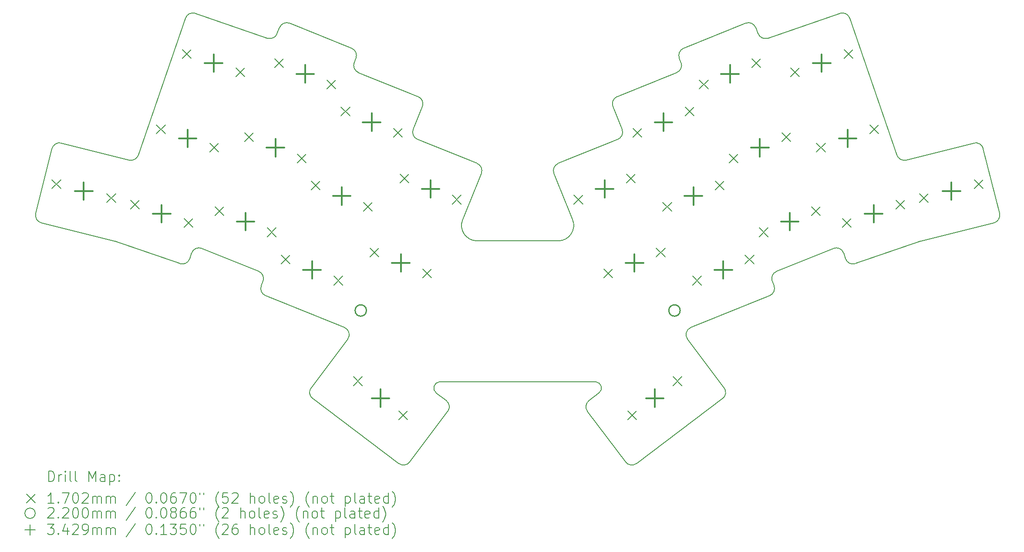
<source format=gbr>
%TF.GenerationSoftware,KiCad,Pcbnew,8.0.5*%
%TF.CreationDate,2024-09-08T16:16:31+10:00*%
%TF.ProjectId,akohekohe,616b6f68-656b-46f6-9865-2e6b69636164,0.1*%
%TF.SameCoordinates,Original*%
%TF.FileFunction,Drillmap*%
%TF.FilePolarity,Positive*%
%FSLAX45Y45*%
G04 Gerber Fmt 4.5, Leading zero omitted, Abs format (unit mm)*
G04 Created by KiCad (PCBNEW 8.0.5) date 2024-09-08 16:16:31*
%MOMM*%
%LPD*%
G01*
G04 APERTURE LIST*
%ADD10C,0.150000*%
%ADD11C,0.200000*%
%ADD12C,0.170180*%
%ADD13C,0.220000*%
%ADD14C,0.342900*%
G04 APERTURE END LIST*
D10*
X6840478Y-11205032D02*
G75*
G02*
X6731227Y-11023199I36291J145543D01*
G01*
X15310314Y-11553888D02*
G75*
G02*
X15032157Y-11141504I-5J299998D01*
G01*
X23654137Y-9981853D02*
G75*
G02*
X23476022Y-9885143I-36288J145544D01*
G01*
X8726395Y-9885143D02*
G75*
G02*
X8548281Y-9981850I-141825J48833D01*
G01*
X11472732Y-7404902D02*
X11423597Y-7526514D01*
X17954214Y-8944197D02*
G75*
G02*
X18037099Y-8748921I139076J56198D01*
G01*
X17622836Y-14294982D02*
G75*
G02*
X17680073Y-14516285I-14748J-121868D01*
G01*
X19406650Y-13468358D02*
X20116887Y-14410875D01*
X13006335Y-8280669D02*
X14165316Y-8748927D01*
X19406650Y-13468359D02*
G75*
G02*
X19470256Y-13239012I119798J90270D01*
G01*
X14712843Y-14661126D02*
G75*
G02*
X14742360Y-14871190I-90294J-119794D01*
G01*
X12115048Y-14620940D02*
X13792185Y-15884754D01*
X12923451Y-8085400D02*
X12956226Y-8004272D01*
X8259981Y-11558953D02*
G75*
G02*
X8272528Y-11562669I-36232J-145386D01*
G01*
X20116887Y-14410875D02*
G75*
G02*
X20087368Y-14620944I-119799J-90274D01*
G01*
X12732159Y-13239007D02*
G75*
G02*
X12795757Y-13468353I-56190J-139072D01*
G01*
X14070263Y-9384609D02*
X14248202Y-8944196D01*
X12085526Y-14410874D02*
X12795763Y-13468357D01*
X9960237Y-11701144D02*
X11066332Y-12148037D01*
X9833891Y-7129474D02*
X11235684Y-7612148D01*
X14165316Y-8748927D02*
G75*
G02*
X14248199Y-8944195I-56187J-139074D01*
G01*
X23476020Y-9885143D02*
X22559186Y-7222466D01*
X7045721Y-9761816D02*
X6731224Y-11023198D01*
X18200162Y-15855230D02*
X17460049Y-14871197D01*
X11066332Y-12148037D02*
G75*
G02*
X11149211Y-12343304I-56192J-139072D01*
G01*
X14153149Y-9579877D02*
G75*
G02*
X14070269Y-9384611I56201J139077D01*
G01*
X15032160Y-11141505D02*
X15395016Y-10243403D01*
X9643226Y-7222466D02*
G75*
G02*
X9833889Y-7129479I141823J-48834D01*
G01*
X23929887Y-11562671D02*
G75*
G02*
X23942437Y-11558955I48592J-141059D01*
G01*
X7045722Y-9761816D02*
G75*
G02*
X7227554Y-9652561I145547J-36294D01*
G01*
X22368523Y-7129473D02*
G75*
G02*
X22559187Y-7222465I48837J-141826D01*
G01*
X14002251Y-15855229D02*
X14742366Y-14871195D01*
X23929887Y-11562671D02*
X22669520Y-11996652D01*
X20534412Y-7322014D02*
X19329074Y-7809003D01*
X21085977Y-12424434D02*
G75*
G02*
X21003096Y-12619708I-139078J-56196D01*
G01*
X16890284Y-10048136D02*
X18049264Y-9579877D01*
X14712843Y-14661126D02*
X14522142Y-14516530D01*
X16892100Y-11553887D02*
X15310314Y-11553888D01*
X15312128Y-10048136D02*
G75*
G02*
X15395024Y-10243406I-56189J-139084D01*
G01*
X19246189Y-8004272D02*
X19278965Y-8085401D01*
X24974862Y-9652559D02*
X23654137Y-9981853D01*
X25156694Y-9761816D02*
X25471192Y-11023201D01*
X16807399Y-10243403D02*
G75*
G02*
X16890283Y-10048132I139081J56193D01*
G01*
X25471192Y-11023201D02*
G75*
G02*
X25361936Y-11205041I-145553J-36289D01*
G01*
X9723557Y-11903655D02*
X9762215Y-11791387D01*
X8272528Y-11562669D02*
X9532895Y-11996651D01*
X22669520Y-11996652D02*
G75*
G02*
X22478853Y-11903660I-48840J141824D01*
G01*
X11472732Y-7404902D02*
G75*
G02*
X11667998Y-7322016I139076J-56188D01*
G01*
X12115048Y-14620940D02*
G75*
G02*
X12085531Y-14410878I90271J119790D01*
G01*
X14522344Y-14516283D02*
G75*
G02*
X14579579Y-14294983I71985J99434D01*
G01*
X17622836Y-14294982D02*
X14579579Y-14294980D01*
X11199324Y-12619702D02*
G75*
G02*
X11116446Y-12424438I56195J139072D01*
G01*
X17954214Y-8944197D02*
X18132153Y-9384610D01*
X22478858Y-11903658D02*
X22440200Y-11791386D01*
X24974862Y-9652559D02*
G75*
G02*
X25156697Y-9761815I36287J-145551D01*
G01*
X25361934Y-11205034D02*
X23942434Y-11558955D01*
X16807399Y-10243403D02*
X17170255Y-11141506D01*
X6840478Y-11205032D02*
X8259981Y-11558953D01*
X8726394Y-9885144D02*
X9643230Y-7222465D01*
X13006335Y-8280669D02*
G75*
G02*
X12923445Y-8085397I56185J139079D01*
G01*
X12873339Y-7809003D02*
G75*
G02*
X12956226Y-8004272I-56190J-139077D01*
G01*
X9723557Y-11903655D02*
G75*
G02*
X9532895Y-11996650I-141829J48835D01*
G01*
X11149217Y-12343307D02*
X11116438Y-12424434D01*
X18410232Y-15884755D02*
G75*
G02*
X18200162Y-15855230I-90273J119796D01*
G01*
X7227555Y-9652558D02*
X8548280Y-9981853D01*
X11423597Y-7526514D02*
G75*
G02*
X11235684Y-7612150I-139078J56194D01*
G01*
X14153149Y-9579877D02*
X15312128Y-10048136D01*
X11199324Y-12619702D02*
X12732159Y-13239007D01*
X12873340Y-7809003D02*
X11667999Y-7322014D01*
X20729683Y-7404902D02*
X20778819Y-7526515D01*
X22242181Y-11701148D02*
X21136087Y-12148036D01*
X22368523Y-7129473D02*
X20966732Y-7612149D01*
X21053200Y-12343305D02*
G75*
G02*
X21136089Y-12148042I139080J56185D01*
G01*
X18037102Y-8748928D02*
X19196080Y-8280668D01*
X9762215Y-11791387D02*
G75*
G02*
X9960237Y-11701142I141834J-48844D01*
G01*
X19470254Y-13239007D02*
X21003093Y-12619702D01*
X19278965Y-8085401D02*
G75*
G02*
X19196079Y-8280665I-139076J-56189D01*
G01*
X20534412Y-7322014D02*
G75*
G02*
X20729688Y-7404901I56197J-139075D01*
G01*
X17460049Y-14871197D02*
G75*
G02*
X17489575Y-14661131I119819J90267D01*
G01*
X22242181Y-11701148D02*
G75*
G02*
X22440198Y-11791386I56189J-139082D01*
G01*
X17170255Y-11141506D02*
G75*
G02*
X16892100Y-11553891I-278157J-112383D01*
G01*
X21085977Y-12424434D02*
X21053200Y-12343305D01*
X19246189Y-8004272D02*
G75*
G02*
X19329073Y-7809001I139080J56192D01*
G01*
X18132153Y-9384609D02*
G75*
G02*
X18049266Y-9579883I-139084J-56191D01*
G01*
X20966732Y-7612149D02*
G75*
G02*
X20778815Y-7526516I-48843J141819D01*
G01*
X14002251Y-15855229D02*
G75*
G02*
X13792187Y-15884750I-119792J90270D01*
G01*
X17489571Y-14661126D02*
X17680272Y-14516530D01*
X20087366Y-14620942D02*
X18410232Y-15884755D01*
D11*
D12*
X7045957Y-10367899D02*
X7216137Y-10538079D01*
X7216137Y-10367899D02*
X7045957Y-10538079D01*
X8113282Y-10634013D02*
X8283462Y-10804193D01*
X8283462Y-10634013D02*
X8113282Y-10804193D01*
X8573639Y-10764462D02*
X8743819Y-10934642D01*
X8743819Y-10764462D02*
X8573639Y-10934642D01*
X9078269Y-9298909D02*
X9248449Y-9469089D01*
X9248449Y-9298909D02*
X9078269Y-9469089D01*
X9582900Y-7833354D02*
X9753080Y-8003534D01*
X9753080Y-7833354D02*
X9582900Y-8003534D01*
X9613708Y-11122589D02*
X9783888Y-11292769D01*
X9783888Y-11122589D02*
X9613708Y-11292769D01*
X10118338Y-9657035D02*
X10288518Y-9827215D01*
X10288518Y-9657035D02*
X10118338Y-9827215D01*
X10214666Y-10890403D02*
X10384846Y-11060583D01*
X10384846Y-10890403D02*
X10214666Y-11060583D01*
X10622968Y-8191481D02*
X10793148Y-8361661D01*
X10793148Y-8191481D02*
X10622968Y-8361661D01*
X10795303Y-9453267D02*
X10965483Y-9623447D01*
X10965483Y-9453267D02*
X10795303Y-9623447D01*
X11234568Y-11302470D02*
X11404748Y-11472650D01*
X11404748Y-11302470D02*
X11234568Y-11472650D01*
X11375944Y-8016132D02*
X11546124Y-8186312D01*
X11546124Y-8016132D02*
X11375944Y-8186312D01*
X11506638Y-11830328D02*
X11676818Y-12000508D01*
X11676818Y-11830328D02*
X11506638Y-12000508D01*
X11815205Y-9865334D02*
X11985385Y-10035514D01*
X11985385Y-9865334D02*
X11815205Y-10035514D01*
X12087279Y-10393192D02*
X12257459Y-10563372D01*
X12257459Y-10393192D02*
X12087279Y-10563372D01*
X12395846Y-8428199D02*
X12566026Y-8598379D01*
X12566026Y-8428199D02*
X12395846Y-8598379D01*
X12526540Y-12242395D02*
X12696720Y-12412575D01*
X12696720Y-12242395D02*
X12526540Y-12412575D01*
X12667919Y-8956055D02*
X12838099Y-9126235D01*
X12838099Y-8956055D02*
X12667919Y-9126235D01*
X12910730Y-14197851D02*
X13080910Y-14368031D01*
X13080910Y-14197851D02*
X12910730Y-14368031D01*
X13107182Y-10805259D02*
X13277362Y-10975439D01*
X13277362Y-10805259D02*
X13107182Y-10975439D01*
X13234094Y-11692400D02*
X13404274Y-11862580D01*
X13404274Y-11692400D02*
X13234094Y-11862580D01*
X13687821Y-9368122D02*
X13858001Y-9538302D01*
X13858001Y-9368122D02*
X13687821Y-9538302D01*
X13789229Y-14859848D02*
X13959409Y-15030028D01*
X13959409Y-14859848D02*
X13789229Y-15030028D01*
X13814733Y-10255264D02*
X13984913Y-10425444D01*
X13984913Y-10255264D02*
X13814733Y-10425444D01*
X14253996Y-12104467D02*
X14424176Y-12274647D01*
X14424176Y-12104467D02*
X14253996Y-12274647D01*
X14834636Y-10667331D02*
X15004816Y-10837511D01*
X15004816Y-10667331D02*
X14834636Y-10837511D01*
X17197597Y-10667331D02*
X17367777Y-10837511D01*
X17367777Y-10667331D02*
X17197597Y-10837511D01*
X17778237Y-12104466D02*
X17948417Y-12274646D01*
X17948417Y-12104466D02*
X17778237Y-12274646D01*
X18217500Y-10255264D02*
X18387680Y-10425444D01*
X18387680Y-10255264D02*
X18217500Y-10425444D01*
X18243007Y-14859848D02*
X18413187Y-15030028D01*
X18413187Y-14859848D02*
X18243007Y-15030028D01*
X18344413Y-9368124D02*
X18514593Y-9538304D01*
X18514593Y-9368124D02*
X18344413Y-9538304D01*
X18798140Y-11692399D02*
X18968320Y-11862579D01*
X18968320Y-11692399D02*
X18798140Y-11862579D01*
X18925054Y-10805259D02*
X19095234Y-10975439D01*
X19095234Y-10805259D02*
X18925054Y-10975439D01*
X19121506Y-14197852D02*
X19291686Y-14368032D01*
X19291686Y-14197852D02*
X19121506Y-14368032D01*
X19364315Y-8956057D02*
X19534495Y-9126237D01*
X19534495Y-8956057D02*
X19364315Y-9126237D01*
X19505693Y-12242393D02*
X19675873Y-12412573D01*
X19675873Y-12242393D02*
X19505693Y-12412573D01*
X19636388Y-8428200D02*
X19806568Y-8598380D01*
X19806568Y-8428200D02*
X19636388Y-8598380D01*
X19944956Y-10393191D02*
X20115136Y-10563371D01*
X20115136Y-10393191D02*
X19944956Y-10563371D01*
X20217030Y-9865336D02*
X20387210Y-10035516D01*
X20387210Y-9865336D02*
X20217030Y-10035516D01*
X20525596Y-11830326D02*
X20695776Y-12000506D01*
X20695776Y-11830326D02*
X20525596Y-12000506D01*
X20656291Y-8016133D02*
X20826471Y-8186313D01*
X20826471Y-8016133D02*
X20656291Y-8186313D01*
X20797669Y-11302469D02*
X20967849Y-11472649D01*
X20967849Y-11302469D02*
X20797669Y-11472649D01*
X21236932Y-9453268D02*
X21407112Y-9623448D01*
X21407112Y-9453268D02*
X21236932Y-9623448D01*
X21409267Y-8191481D02*
X21579447Y-8361661D01*
X21579447Y-8191481D02*
X21409267Y-8361661D01*
X21817571Y-10890402D02*
X21987751Y-11060582D01*
X21987751Y-10890402D02*
X21817571Y-11060582D01*
X21913898Y-9657034D02*
X22084078Y-9827214D01*
X22084078Y-9657034D02*
X21913898Y-9827214D01*
X22418528Y-11122588D02*
X22588708Y-11292768D01*
X22588708Y-11122588D02*
X22418528Y-11292768D01*
X22449337Y-7833355D02*
X22619517Y-8003535D01*
X22619517Y-7833355D02*
X22449337Y-8003535D01*
X22953968Y-9298908D02*
X23124148Y-9469088D01*
X23124148Y-9298908D02*
X22953968Y-9469088D01*
X23458599Y-10764462D02*
X23628779Y-10934642D01*
X23628779Y-10764462D02*
X23458599Y-10934642D01*
X23918953Y-10634014D02*
X24089133Y-10804194D01*
X24089133Y-10634014D02*
X23918953Y-10804194D01*
X24986279Y-10367900D02*
X25156459Y-10538080D01*
X25156459Y-10367900D02*
X24986279Y-10538080D01*
D13*
X13160644Y-12909306D02*
G75*
G02*
X12940644Y-12909306I-110000J0D01*
G01*
X12940644Y-12909306D02*
G75*
G02*
X13160644Y-12909306I110000J0D01*
G01*
X19261720Y-12909309D02*
G75*
G02*
X19041720Y-12909309I-110000J0D01*
G01*
X19041720Y-12909309D02*
G75*
G02*
X19261720Y-12909309I110000J0D01*
G01*
D14*
X7664709Y-10414596D02*
X7664709Y-10757496D01*
X7493259Y-10586046D02*
X7836159Y-10586046D01*
X9178763Y-10857166D02*
X9178763Y-11200066D01*
X9007313Y-11028616D02*
X9350213Y-11028616D01*
X9683393Y-9391612D02*
X9683393Y-9734512D01*
X9511943Y-9563062D02*
X9854843Y-9563062D01*
X10188024Y-7926057D02*
X10188024Y-8268957D01*
X10016574Y-8097507D02*
X10359474Y-8097507D01*
X10809707Y-11010076D02*
X10809707Y-11352976D01*
X10638257Y-11181526D02*
X10981157Y-11181526D01*
X11390344Y-9572940D02*
X11390344Y-9915840D01*
X11218894Y-9744390D02*
X11561794Y-9744390D01*
X11970985Y-8135805D02*
X11970985Y-8478705D01*
X11799535Y-8307255D02*
X12142435Y-8307255D01*
X12101679Y-11950001D02*
X12101679Y-12292901D01*
X11930229Y-12121451D02*
X12273129Y-12121451D01*
X12682320Y-10512865D02*
X12682320Y-10855765D01*
X12510870Y-10684315D02*
X12853770Y-10684315D01*
X13262960Y-9075729D02*
X13262960Y-9418629D01*
X13091510Y-9247179D02*
X13434410Y-9247179D01*
X13435069Y-14442490D02*
X13435069Y-14785390D01*
X13263619Y-14613940D02*
X13606519Y-14613940D01*
X13829135Y-11812073D02*
X13829135Y-12154973D01*
X13657685Y-11983523D02*
X14000585Y-11983523D01*
X14409775Y-10374937D02*
X14409775Y-10717837D01*
X14238325Y-10546387D02*
X14581225Y-10546387D01*
X17792638Y-10374938D02*
X17792638Y-10717838D01*
X17621188Y-10546388D02*
X17964088Y-10546388D01*
X18373279Y-11812072D02*
X18373279Y-12154972D01*
X18201829Y-11983522D02*
X18544729Y-11983522D01*
X18767346Y-14442490D02*
X18767346Y-14785390D01*
X18595896Y-14613940D02*
X18938796Y-14613940D01*
X18939454Y-9075731D02*
X18939454Y-9418631D01*
X18768004Y-9247181D02*
X19110904Y-9247181D01*
X19520095Y-10512865D02*
X19520095Y-10855765D01*
X19348645Y-10684315D02*
X19691545Y-10684315D01*
X20100734Y-11949999D02*
X20100734Y-12292899D01*
X19929284Y-12121449D02*
X20272184Y-12121449D01*
X20231429Y-8135806D02*
X20231429Y-8478706D01*
X20059979Y-8307256D02*
X20402879Y-8307256D01*
X20812071Y-9572942D02*
X20812071Y-9915842D01*
X20640621Y-9744392D02*
X20983521Y-9744392D01*
X21392710Y-11010075D02*
X21392710Y-11352975D01*
X21221260Y-11181525D02*
X21564160Y-11181525D01*
X22014392Y-7926058D02*
X22014392Y-8268958D01*
X21842942Y-8097508D02*
X22185842Y-8097508D01*
X22519023Y-9391611D02*
X22519023Y-9734511D01*
X22347573Y-9563061D02*
X22690473Y-9563061D01*
X23023653Y-10857165D02*
X23023653Y-11200065D01*
X22852203Y-11028615D02*
X23195103Y-11028615D01*
X24537706Y-10414597D02*
X24537706Y-10757497D01*
X24366256Y-10586047D02*
X24709156Y-10586047D01*
D11*
X6980047Y-16233944D02*
X6980047Y-16033944D01*
X6980047Y-16033944D02*
X7027666Y-16033944D01*
X7027666Y-16033944D02*
X7056238Y-16043468D01*
X7056238Y-16043468D02*
X7075285Y-16062516D01*
X7075285Y-16062516D02*
X7084809Y-16081563D01*
X7084809Y-16081563D02*
X7094333Y-16119658D01*
X7094333Y-16119658D02*
X7094333Y-16148230D01*
X7094333Y-16148230D02*
X7084809Y-16186325D01*
X7084809Y-16186325D02*
X7075285Y-16205373D01*
X7075285Y-16205373D02*
X7056238Y-16224420D01*
X7056238Y-16224420D02*
X7027666Y-16233944D01*
X7027666Y-16233944D02*
X6980047Y-16233944D01*
X7180047Y-16233944D02*
X7180047Y-16100611D01*
X7180047Y-16138706D02*
X7189571Y-16119658D01*
X7189571Y-16119658D02*
X7199095Y-16110135D01*
X7199095Y-16110135D02*
X7218142Y-16100611D01*
X7218142Y-16100611D02*
X7237190Y-16100611D01*
X7303857Y-16233944D02*
X7303857Y-16100611D01*
X7303857Y-16033944D02*
X7294333Y-16043468D01*
X7294333Y-16043468D02*
X7303857Y-16052992D01*
X7303857Y-16052992D02*
X7313380Y-16043468D01*
X7313380Y-16043468D02*
X7303857Y-16033944D01*
X7303857Y-16033944D02*
X7303857Y-16052992D01*
X7427666Y-16233944D02*
X7408618Y-16224420D01*
X7408618Y-16224420D02*
X7399095Y-16205373D01*
X7399095Y-16205373D02*
X7399095Y-16033944D01*
X7532428Y-16233944D02*
X7513380Y-16224420D01*
X7513380Y-16224420D02*
X7503857Y-16205373D01*
X7503857Y-16205373D02*
X7503857Y-16033944D01*
X7760999Y-16233944D02*
X7760999Y-16033944D01*
X7760999Y-16033944D02*
X7827666Y-16176801D01*
X7827666Y-16176801D02*
X7894333Y-16033944D01*
X7894333Y-16033944D02*
X7894333Y-16233944D01*
X8075285Y-16233944D02*
X8075285Y-16129182D01*
X8075285Y-16129182D02*
X8065761Y-16110135D01*
X8065761Y-16110135D02*
X8046714Y-16100611D01*
X8046714Y-16100611D02*
X8008618Y-16100611D01*
X8008618Y-16100611D02*
X7989571Y-16110135D01*
X8075285Y-16224420D02*
X8056238Y-16233944D01*
X8056238Y-16233944D02*
X8008618Y-16233944D01*
X8008618Y-16233944D02*
X7989571Y-16224420D01*
X7989571Y-16224420D02*
X7980047Y-16205373D01*
X7980047Y-16205373D02*
X7980047Y-16186325D01*
X7980047Y-16186325D02*
X7989571Y-16167277D01*
X7989571Y-16167277D02*
X8008618Y-16157754D01*
X8008618Y-16157754D02*
X8056238Y-16157754D01*
X8056238Y-16157754D02*
X8075285Y-16148230D01*
X8170523Y-16100611D02*
X8170523Y-16300611D01*
X8170523Y-16110135D02*
X8189571Y-16100611D01*
X8189571Y-16100611D02*
X8227666Y-16100611D01*
X8227666Y-16100611D02*
X8246714Y-16110135D01*
X8246714Y-16110135D02*
X8256238Y-16119658D01*
X8256238Y-16119658D02*
X8265761Y-16138706D01*
X8265761Y-16138706D02*
X8265761Y-16195849D01*
X8265761Y-16195849D02*
X8256238Y-16214896D01*
X8256238Y-16214896D02*
X8246714Y-16224420D01*
X8246714Y-16224420D02*
X8227666Y-16233944D01*
X8227666Y-16233944D02*
X8189571Y-16233944D01*
X8189571Y-16233944D02*
X8170523Y-16224420D01*
X8351476Y-16214896D02*
X8360999Y-16224420D01*
X8360999Y-16224420D02*
X8351476Y-16233944D01*
X8351476Y-16233944D02*
X8341952Y-16224420D01*
X8341952Y-16224420D02*
X8351476Y-16214896D01*
X8351476Y-16214896D02*
X8351476Y-16233944D01*
X8351476Y-16110135D02*
X8360999Y-16119658D01*
X8360999Y-16119658D02*
X8351476Y-16129182D01*
X8351476Y-16129182D02*
X8341952Y-16119658D01*
X8341952Y-16119658D02*
X8351476Y-16110135D01*
X8351476Y-16110135D02*
X8351476Y-16129182D01*
D12*
X6549090Y-16477370D02*
X6719270Y-16647550D01*
X6719270Y-16477370D02*
X6549090Y-16647550D01*
D11*
X7084809Y-16653944D02*
X6970523Y-16653944D01*
X7027666Y-16653944D02*
X7027666Y-16453944D01*
X7027666Y-16453944D02*
X7008618Y-16482516D01*
X7008618Y-16482516D02*
X6989571Y-16501563D01*
X6989571Y-16501563D02*
X6970523Y-16511087D01*
X7170523Y-16634896D02*
X7180047Y-16644420D01*
X7180047Y-16644420D02*
X7170523Y-16653944D01*
X7170523Y-16653944D02*
X7160999Y-16644420D01*
X7160999Y-16644420D02*
X7170523Y-16634896D01*
X7170523Y-16634896D02*
X7170523Y-16653944D01*
X7246714Y-16453944D02*
X7380047Y-16453944D01*
X7380047Y-16453944D02*
X7294333Y-16653944D01*
X7494333Y-16453944D02*
X7513380Y-16453944D01*
X7513380Y-16453944D02*
X7532428Y-16463468D01*
X7532428Y-16463468D02*
X7541952Y-16472992D01*
X7541952Y-16472992D02*
X7551476Y-16492039D01*
X7551476Y-16492039D02*
X7560999Y-16530135D01*
X7560999Y-16530135D02*
X7560999Y-16577754D01*
X7560999Y-16577754D02*
X7551476Y-16615849D01*
X7551476Y-16615849D02*
X7541952Y-16634896D01*
X7541952Y-16634896D02*
X7532428Y-16644420D01*
X7532428Y-16644420D02*
X7513380Y-16653944D01*
X7513380Y-16653944D02*
X7494333Y-16653944D01*
X7494333Y-16653944D02*
X7475285Y-16644420D01*
X7475285Y-16644420D02*
X7465761Y-16634896D01*
X7465761Y-16634896D02*
X7456238Y-16615849D01*
X7456238Y-16615849D02*
X7446714Y-16577754D01*
X7446714Y-16577754D02*
X7446714Y-16530135D01*
X7446714Y-16530135D02*
X7456238Y-16492039D01*
X7456238Y-16492039D02*
X7465761Y-16472992D01*
X7465761Y-16472992D02*
X7475285Y-16463468D01*
X7475285Y-16463468D02*
X7494333Y-16453944D01*
X7637190Y-16472992D02*
X7646714Y-16463468D01*
X7646714Y-16463468D02*
X7665761Y-16453944D01*
X7665761Y-16453944D02*
X7713380Y-16453944D01*
X7713380Y-16453944D02*
X7732428Y-16463468D01*
X7732428Y-16463468D02*
X7741952Y-16472992D01*
X7741952Y-16472992D02*
X7751476Y-16492039D01*
X7751476Y-16492039D02*
X7751476Y-16511087D01*
X7751476Y-16511087D02*
X7741952Y-16539658D01*
X7741952Y-16539658D02*
X7627666Y-16653944D01*
X7627666Y-16653944D02*
X7751476Y-16653944D01*
X7837190Y-16653944D02*
X7837190Y-16520611D01*
X7837190Y-16539658D02*
X7846714Y-16530135D01*
X7846714Y-16530135D02*
X7865761Y-16520611D01*
X7865761Y-16520611D02*
X7894333Y-16520611D01*
X7894333Y-16520611D02*
X7913380Y-16530135D01*
X7913380Y-16530135D02*
X7922904Y-16549182D01*
X7922904Y-16549182D02*
X7922904Y-16653944D01*
X7922904Y-16549182D02*
X7932428Y-16530135D01*
X7932428Y-16530135D02*
X7951476Y-16520611D01*
X7951476Y-16520611D02*
X7980047Y-16520611D01*
X7980047Y-16520611D02*
X7999095Y-16530135D01*
X7999095Y-16530135D02*
X8008619Y-16549182D01*
X8008619Y-16549182D02*
X8008619Y-16653944D01*
X8103857Y-16653944D02*
X8103857Y-16520611D01*
X8103857Y-16539658D02*
X8113380Y-16530135D01*
X8113380Y-16530135D02*
X8132428Y-16520611D01*
X8132428Y-16520611D02*
X8161000Y-16520611D01*
X8161000Y-16520611D02*
X8180047Y-16530135D01*
X8180047Y-16530135D02*
X8189571Y-16549182D01*
X8189571Y-16549182D02*
X8189571Y-16653944D01*
X8189571Y-16549182D02*
X8199095Y-16530135D01*
X8199095Y-16530135D02*
X8218142Y-16520611D01*
X8218142Y-16520611D02*
X8246714Y-16520611D01*
X8246714Y-16520611D02*
X8265761Y-16530135D01*
X8265761Y-16530135D02*
X8275285Y-16549182D01*
X8275285Y-16549182D02*
X8275285Y-16653944D01*
X8665762Y-16444420D02*
X8494333Y-16701563D01*
X8922904Y-16453944D02*
X8941952Y-16453944D01*
X8941952Y-16453944D02*
X8961000Y-16463468D01*
X8961000Y-16463468D02*
X8970524Y-16472992D01*
X8970524Y-16472992D02*
X8980047Y-16492039D01*
X8980047Y-16492039D02*
X8989571Y-16530135D01*
X8989571Y-16530135D02*
X8989571Y-16577754D01*
X8989571Y-16577754D02*
X8980047Y-16615849D01*
X8980047Y-16615849D02*
X8970524Y-16634896D01*
X8970524Y-16634896D02*
X8961000Y-16644420D01*
X8961000Y-16644420D02*
X8941952Y-16653944D01*
X8941952Y-16653944D02*
X8922904Y-16653944D01*
X8922904Y-16653944D02*
X8903857Y-16644420D01*
X8903857Y-16644420D02*
X8894333Y-16634896D01*
X8894333Y-16634896D02*
X8884809Y-16615849D01*
X8884809Y-16615849D02*
X8875285Y-16577754D01*
X8875285Y-16577754D02*
X8875285Y-16530135D01*
X8875285Y-16530135D02*
X8884809Y-16492039D01*
X8884809Y-16492039D02*
X8894333Y-16472992D01*
X8894333Y-16472992D02*
X8903857Y-16463468D01*
X8903857Y-16463468D02*
X8922904Y-16453944D01*
X9075285Y-16634896D02*
X9084809Y-16644420D01*
X9084809Y-16644420D02*
X9075285Y-16653944D01*
X9075285Y-16653944D02*
X9065762Y-16644420D01*
X9065762Y-16644420D02*
X9075285Y-16634896D01*
X9075285Y-16634896D02*
X9075285Y-16653944D01*
X9208619Y-16453944D02*
X9227666Y-16453944D01*
X9227666Y-16453944D02*
X9246714Y-16463468D01*
X9246714Y-16463468D02*
X9256238Y-16472992D01*
X9256238Y-16472992D02*
X9265762Y-16492039D01*
X9265762Y-16492039D02*
X9275285Y-16530135D01*
X9275285Y-16530135D02*
X9275285Y-16577754D01*
X9275285Y-16577754D02*
X9265762Y-16615849D01*
X9265762Y-16615849D02*
X9256238Y-16634896D01*
X9256238Y-16634896D02*
X9246714Y-16644420D01*
X9246714Y-16644420D02*
X9227666Y-16653944D01*
X9227666Y-16653944D02*
X9208619Y-16653944D01*
X9208619Y-16653944D02*
X9189571Y-16644420D01*
X9189571Y-16644420D02*
X9180047Y-16634896D01*
X9180047Y-16634896D02*
X9170524Y-16615849D01*
X9170524Y-16615849D02*
X9161000Y-16577754D01*
X9161000Y-16577754D02*
X9161000Y-16530135D01*
X9161000Y-16530135D02*
X9170524Y-16492039D01*
X9170524Y-16492039D02*
X9180047Y-16472992D01*
X9180047Y-16472992D02*
X9189571Y-16463468D01*
X9189571Y-16463468D02*
X9208619Y-16453944D01*
X9446714Y-16453944D02*
X9408619Y-16453944D01*
X9408619Y-16453944D02*
X9389571Y-16463468D01*
X9389571Y-16463468D02*
X9380047Y-16472992D01*
X9380047Y-16472992D02*
X9361000Y-16501563D01*
X9361000Y-16501563D02*
X9351476Y-16539658D01*
X9351476Y-16539658D02*
X9351476Y-16615849D01*
X9351476Y-16615849D02*
X9361000Y-16634896D01*
X9361000Y-16634896D02*
X9370524Y-16644420D01*
X9370524Y-16644420D02*
X9389571Y-16653944D01*
X9389571Y-16653944D02*
X9427666Y-16653944D01*
X9427666Y-16653944D02*
X9446714Y-16644420D01*
X9446714Y-16644420D02*
X9456238Y-16634896D01*
X9456238Y-16634896D02*
X9465762Y-16615849D01*
X9465762Y-16615849D02*
X9465762Y-16568230D01*
X9465762Y-16568230D02*
X9456238Y-16549182D01*
X9456238Y-16549182D02*
X9446714Y-16539658D01*
X9446714Y-16539658D02*
X9427666Y-16530135D01*
X9427666Y-16530135D02*
X9389571Y-16530135D01*
X9389571Y-16530135D02*
X9370524Y-16539658D01*
X9370524Y-16539658D02*
X9361000Y-16549182D01*
X9361000Y-16549182D02*
X9351476Y-16568230D01*
X9532428Y-16453944D02*
X9665762Y-16453944D01*
X9665762Y-16453944D02*
X9580047Y-16653944D01*
X9780047Y-16453944D02*
X9799095Y-16453944D01*
X9799095Y-16453944D02*
X9818143Y-16463468D01*
X9818143Y-16463468D02*
X9827666Y-16472992D01*
X9827666Y-16472992D02*
X9837190Y-16492039D01*
X9837190Y-16492039D02*
X9846714Y-16530135D01*
X9846714Y-16530135D02*
X9846714Y-16577754D01*
X9846714Y-16577754D02*
X9837190Y-16615849D01*
X9837190Y-16615849D02*
X9827666Y-16634896D01*
X9827666Y-16634896D02*
X9818143Y-16644420D01*
X9818143Y-16644420D02*
X9799095Y-16653944D01*
X9799095Y-16653944D02*
X9780047Y-16653944D01*
X9780047Y-16653944D02*
X9761000Y-16644420D01*
X9761000Y-16644420D02*
X9751476Y-16634896D01*
X9751476Y-16634896D02*
X9741952Y-16615849D01*
X9741952Y-16615849D02*
X9732428Y-16577754D01*
X9732428Y-16577754D02*
X9732428Y-16530135D01*
X9732428Y-16530135D02*
X9741952Y-16492039D01*
X9741952Y-16492039D02*
X9751476Y-16472992D01*
X9751476Y-16472992D02*
X9761000Y-16463468D01*
X9761000Y-16463468D02*
X9780047Y-16453944D01*
X9922905Y-16453944D02*
X9922905Y-16492039D01*
X9999095Y-16453944D02*
X9999095Y-16492039D01*
X10294333Y-16730135D02*
X10284809Y-16720611D01*
X10284809Y-16720611D02*
X10265762Y-16692039D01*
X10265762Y-16692039D02*
X10256238Y-16672992D01*
X10256238Y-16672992D02*
X10246714Y-16644420D01*
X10246714Y-16644420D02*
X10237190Y-16596801D01*
X10237190Y-16596801D02*
X10237190Y-16558706D01*
X10237190Y-16558706D02*
X10246714Y-16511087D01*
X10246714Y-16511087D02*
X10256238Y-16482516D01*
X10256238Y-16482516D02*
X10265762Y-16463468D01*
X10265762Y-16463468D02*
X10284809Y-16434896D01*
X10284809Y-16434896D02*
X10294333Y-16425373D01*
X10465762Y-16453944D02*
X10370524Y-16453944D01*
X10370524Y-16453944D02*
X10361000Y-16549182D01*
X10361000Y-16549182D02*
X10370524Y-16539658D01*
X10370524Y-16539658D02*
X10389571Y-16530135D01*
X10389571Y-16530135D02*
X10437190Y-16530135D01*
X10437190Y-16530135D02*
X10456238Y-16539658D01*
X10456238Y-16539658D02*
X10465762Y-16549182D01*
X10465762Y-16549182D02*
X10475286Y-16568230D01*
X10475286Y-16568230D02*
X10475286Y-16615849D01*
X10475286Y-16615849D02*
X10465762Y-16634896D01*
X10465762Y-16634896D02*
X10456238Y-16644420D01*
X10456238Y-16644420D02*
X10437190Y-16653944D01*
X10437190Y-16653944D02*
X10389571Y-16653944D01*
X10389571Y-16653944D02*
X10370524Y-16644420D01*
X10370524Y-16644420D02*
X10361000Y-16634896D01*
X10551476Y-16472992D02*
X10561000Y-16463468D01*
X10561000Y-16463468D02*
X10580047Y-16453944D01*
X10580047Y-16453944D02*
X10627667Y-16453944D01*
X10627667Y-16453944D02*
X10646714Y-16463468D01*
X10646714Y-16463468D02*
X10656238Y-16472992D01*
X10656238Y-16472992D02*
X10665762Y-16492039D01*
X10665762Y-16492039D02*
X10665762Y-16511087D01*
X10665762Y-16511087D02*
X10656238Y-16539658D01*
X10656238Y-16539658D02*
X10541952Y-16653944D01*
X10541952Y-16653944D02*
X10665762Y-16653944D01*
X10903857Y-16653944D02*
X10903857Y-16453944D01*
X10989571Y-16653944D02*
X10989571Y-16549182D01*
X10989571Y-16549182D02*
X10980048Y-16530135D01*
X10980048Y-16530135D02*
X10961000Y-16520611D01*
X10961000Y-16520611D02*
X10932428Y-16520611D01*
X10932428Y-16520611D02*
X10913381Y-16530135D01*
X10913381Y-16530135D02*
X10903857Y-16539658D01*
X11113381Y-16653944D02*
X11094333Y-16644420D01*
X11094333Y-16644420D02*
X11084809Y-16634896D01*
X11084809Y-16634896D02*
X11075286Y-16615849D01*
X11075286Y-16615849D02*
X11075286Y-16558706D01*
X11075286Y-16558706D02*
X11084809Y-16539658D01*
X11084809Y-16539658D02*
X11094333Y-16530135D01*
X11094333Y-16530135D02*
X11113381Y-16520611D01*
X11113381Y-16520611D02*
X11141952Y-16520611D01*
X11141952Y-16520611D02*
X11161000Y-16530135D01*
X11161000Y-16530135D02*
X11170524Y-16539658D01*
X11170524Y-16539658D02*
X11180048Y-16558706D01*
X11180048Y-16558706D02*
X11180048Y-16615849D01*
X11180048Y-16615849D02*
X11170524Y-16634896D01*
X11170524Y-16634896D02*
X11161000Y-16644420D01*
X11161000Y-16644420D02*
X11141952Y-16653944D01*
X11141952Y-16653944D02*
X11113381Y-16653944D01*
X11294333Y-16653944D02*
X11275286Y-16644420D01*
X11275286Y-16644420D02*
X11265762Y-16625373D01*
X11265762Y-16625373D02*
X11265762Y-16453944D01*
X11446714Y-16644420D02*
X11427667Y-16653944D01*
X11427667Y-16653944D02*
X11389571Y-16653944D01*
X11389571Y-16653944D02*
X11370524Y-16644420D01*
X11370524Y-16644420D02*
X11361000Y-16625373D01*
X11361000Y-16625373D02*
X11361000Y-16549182D01*
X11361000Y-16549182D02*
X11370524Y-16530135D01*
X11370524Y-16530135D02*
X11389571Y-16520611D01*
X11389571Y-16520611D02*
X11427667Y-16520611D01*
X11427667Y-16520611D02*
X11446714Y-16530135D01*
X11446714Y-16530135D02*
X11456238Y-16549182D01*
X11456238Y-16549182D02*
X11456238Y-16568230D01*
X11456238Y-16568230D02*
X11361000Y-16587277D01*
X11532428Y-16644420D02*
X11551476Y-16653944D01*
X11551476Y-16653944D02*
X11589571Y-16653944D01*
X11589571Y-16653944D02*
X11608619Y-16644420D01*
X11608619Y-16644420D02*
X11618143Y-16625373D01*
X11618143Y-16625373D02*
X11618143Y-16615849D01*
X11618143Y-16615849D02*
X11608619Y-16596801D01*
X11608619Y-16596801D02*
X11589571Y-16587277D01*
X11589571Y-16587277D02*
X11561000Y-16587277D01*
X11561000Y-16587277D02*
X11541952Y-16577754D01*
X11541952Y-16577754D02*
X11532428Y-16558706D01*
X11532428Y-16558706D02*
X11532428Y-16549182D01*
X11532428Y-16549182D02*
X11541952Y-16530135D01*
X11541952Y-16530135D02*
X11561000Y-16520611D01*
X11561000Y-16520611D02*
X11589571Y-16520611D01*
X11589571Y-16520611D02*
X11608619Y-16530135D01*
X11684809Y-16730135D02*
X11694333Y-16720611D01*
X11694333Y-16720611D02*
X11713381Y-16692039D01*
X11713381Y-16692039D02*
X11722905Y-16672992D01*
X11722905Y-16672992D02*
X11732428Y-16644420D01*
X11732428Y-16644420D02*
X11741952Y-16596801D01*
X11741952Y-16596801D02*
X11741952Y-16558706D01*
X11741952Y-16558706D02*
X11732428Y-16511087D01*
X11732428Y-16511087D02*
X11722905Y-16482516D01*
X11722905Y-16482516D02*
X11713381Y-16463468D01*
X11713381Y-16463468D02*
X11694333Y-16434896D01*
X11694333Y-16434896D02*
X11684809Y-16425373D01*
X12046714Y-16730135D02*
X12037190Y-16720611D01*
X12037190Y-16720611D02*
X12018143Y-16692039D01*
X12018143Y-16692039D02*
X12008619Y-16672992D01*
X12008619Y-16672992D02*
X11999095Y-16644420D01*
X11999095Y-16644420D02*
X11989571Y-16596801D01*
X11989571Y-16596801D02*
X11989571Y-16558706D01*
X11989571Y-16558706D02*
X11999095Y-16511087D01*
X11999095Y-16511087D02*
X12008619Y-16482516D01*
X12008619Y-16482516D02*
X12018143Y-16463468D01*
X12018143Y-16463468D02*
X12037190Y-16434896D01*
X12037190Y-16434896D02*
X12046714Y-16425373D01*
X12122905Y-16520611D02*
X12122905Y-16653944D01*
X12122905Y-16539658D02*
X12132428Y-16530135D01*
X12132428Y-16530135D02*
X12151476Y-16520611D01*
X12151476Y-16520611D02*
X12180048Y-16520611D01*
X12180048Y-16520611D02*
X12199095Y-16530135D01*
X12199095Y-16530135D02*
X12208619Y-16549182D01*
X12208619Y-16549182D02*
X12208619Y-16653944D01*
X12332428Y-16653944D02*
X12313381Y-16644420D01*
X12313381Y-16644420D02*
X12303857Y-16634896D01*
X12303857Y-16634896D02*
X12294333Y-16615849D01*
X12294333Y-16615849D02*
X12294333Y-16558706D01*
X12294333Y-16558706D02*
X12303857Y-16539658D01*
X12303857Y-16539658D02*
X12313381Y-16530135D01*
X12313381Y-16530135D02*
X12332428Y-16520611D01*
X12332428Y-16520611D02*
X12361000Y-16520611D01*
X12361000Y-16520611D02*
X12380048Y-16530135D01*
X12380048Y-16530135D02*
X12389571Y-16539658D01*
X12389571Y-16539658D02*
X12399095Y-16558706D01*
X12399095Y-16558706D02*
X12399095Y-16615849D01*
X12399095Y-16615849D02*
X12389571Y-16634896D01*
X12389571Y-16634896D02*
X12380048Y-16644420D01*
X12380048Y-16644420D02*
X12361000Y-16653944D01*
X12361000Y-16653944D02*
X12332428Y-16653944D01*
X12456238Y-16520611D02*
X12532428Y-16520611D01*
X12484809Y-16453944D02*
X12484809Y-16625373D01*
X12484809Y-16625373D02*
X12494333Y-16644420D01*
X12494333Y-16644420D02*
X12513381Y-16653944D01*
X12513381Y-16653944D02*
X12532428Y-16653944D01*
X12751476Y-16520611D02*
X12751476Y-16720611D01*
X12751476Y-16530135D02*
X12770524Y-16520611D01*
X12770524Y-16520611D02*
X12808619Y-16520611D01*
X12808619Y-16520611D02*
X12827667Y-16530135D01*
X12827667Y-16530135D02*
X12837190Y-16539658D01*
X12837190Y-16539658D02*
X12846714Y-16558706D01*
X12846714Y-16558706D02*
X12846714Y-16615849D01*
X12846714Y-16615849D02*
X12837190Y-16634896D01*
X12837190Y-16634896D02*
X12827667Y-16644420D01*
X12827667Y-16644420D02*
X12808619Y-16653944D01*
X12808619Y-16653944D02*
X12770524Y-16653944D01*
X12770524Y-16653944D02*
X12751476Y-16644420D01*
X12961000Y-16653944D02*
X12941952Y-16644420D01*
X12941952Y-16644420D02*
X12932429Y-16625373D01*
X12932429Y-16625373D02*
X12932429Y-16453944D01*
X13122905Y-16653944D02*
X13122905Y-16549182D01*
X13122905Y-16549182D02*
X13113381Y-16530135D01*
X13113381Y-16530135D02*
X13094333Y-16520611D01*
X13094333Y-16520611D02*
X13056238Y-16520611D01*
X13056238Y-16520611D02*
X13037190Y-16530135D01*
X13122905Y-16644420D02*
X13103857Y-16653944D01*
X13103857Y-16653944D02*
X13056238Y-16653944D01*
X13056238Y-16653944D02*
X13037190Y-16644420D01*
X13037190Y-16644420D02*
X13027667Y-16625373D01*
X13027667Y-16625373D02*
X13027667Y-16606325D01*
X13027667Y-16606325D02*
X13037190Y-16587277D01*
X13037190Y-16587277D02*
X13056238Y-16577754D01*
X13056238Y-16577754D02*
X13103857Y-16577754D01*
X13103857Y-16577754D02*
X13122905Y-16568230D01*
X13189571Y-16520611D02*
X13265762Y-16520611D01*
X13218143Y-16453944D02*
X13218143Y-16625373D01*
X13218143Y-16625373D02*
X13227667Y-16644420D01*
X13227667Y-16644420D02*
X13246714Y-16653944D01*
X13246714Y-16653944D02*
X13265762Y-16653944D01*
X13408619Y-16644420D02*
X13389571Y-16653944D01*
X13389571Y-16653944D02*
X13351476Y-16653944D01*
X13351476Y-16653944D02*
X13332429Y-16644420D01*
X13332429Y-16644420D02*
X13322905Y-16625373D01*
X13322905Y-16625373D02*
X13322905Y-16549182D01*
X13322905Y-16549182D02*
X13332429Y-16530135D01*
X13332429Y-16530135D02*
X13351476Y-16520611D01*
X13351476Y-16520611D02*
X13389571Y-16520611D01*
X13389571Y-16520611D02*
X13408619Y-16530135D01*
X13408619Y-16530135D02*
X13418143Y-16549182D01*
X13418143Y-16549182D02*
X13418143Y-16568230D01*
X13418143Y-16568230D02*
X13322905Y-16587277D01*
X13589571Y-16653944D02*
X13589571Y-16453944D01*
X13589571Y-16644420D02*
X13570524Y-16653944D01*
X13570524Y-16653944D02*
X13532429Y-16653944D01*
X13532429Y-16653944D02*
X13513381Y-16644420D01*
X13513381Y-16644420D02*
X13503857Y-16634896D01*
X13503857Y-16634896D02*
X13494333Y-16615849D01*
X13494333Y-16615849D02*
X13494333Y-16558706D01*
X13494333Y-16558706D02*
X13503857Y-16539658D01*
X13503857Y-16539658D02*
X13513381Y-16530135D01*
X13513381Y-16530135D02*
X13532429Y-16520611D01*
X13532429Y-16520611D02*
X13570524Y-16520611D01*
X13570524Y-16520611D02*
X13589571Y-16530135D01*
X13665762Y-16730135D02*
X13675286Y-16720611D01*
X13675286Y-16720611D02*
X13694333Y-16692039D01*
X13694333Y-16692039D02*
X13703857Y-16672992D01*
X13703857Y-16672992D02*
X13713381Y-16644420D01*
X13713381Y-16644420D02*
X13722905Y-16596801D01*
X13722905Y-16596801D02*
X13722905Y-16558706D01*
X13722905Y-16558706D02*
X13713381Y-16511087D01*
X13713381Y-16511087D02*
X13703857Y-16482516D01*
X13703857Y-16482516D02*
X13694333Y-16463468D01*
X13694333Y-16463468D02*
X13675286Y-16434896D01*
X13675286Y-16434896D02*
X13665762Y-16425373D01*
X6719270Y-16852640D02*
G75*
G02*
X6519270Y-16852640I-100000J0D01*
G01*
X6519270Y-16852640D02*
G75*
G02*
X6719270Y-16852640I100000J0D01*
G01*
X6970523Y-16763172D02*
X6980047Y-16753648D01*
X6980047Y-16753648D02*
X6999095Y-16744124D01*
X6999095Y-16744124D02*
X7046714Y-16744124D01*
X7046714Y-16744124D02*
X7065761Y-16753648D01*
X7065761Y-16753648D02*
X7075285Y-16763172D01*
X7075285Y-16763172D02*
X7084809Y-16782219D01*
X7084809Y-16782219D02*
X7084809Y-16801267D01*
X7084809Y-16801267D02*
X7075285Y-16829838D01*
X7075285Y-16829838D02*
X6960999Y-16944124D01*
X6960999Y-16944124D02*
X7084809Y-16944124D01*
X7170523Y-16925077D02*
X7180047Y-16934600D01*
X7180047Y-16934600D02*
X7170523Y-16944124D01*
X7170523Y-16944124D02*
X7160999Y-16934600D01*
X7160999Y-16934600D02*
X7170523Y-16925077D01*
X7170523Y-16925077D02*
X7170523Y-16944124D01*
X7256238Y-16763172D02*
X7265761Y-16753648D01*
X7265761Y-16753648D02*
X7284809Y-16744124D01*
X7284809Y-16744124D02*
X7332428Y-16744124D01*
X7332428Y-16744124D02*
X7351476Y-16753648D01*
X7351476Y-16753648D02*
X7360999Y-16763172D01*
X7360999Y-16763172D02*
X7370523Y-16782219D01*
X7370523Y-16782219D02*
X7370523Y-16801267D01*
X7370523Y-16801267D02*
X7360999Y-16829838D01*
X7360999Y-16829838D02*
X7246714Y-16944124D01*
X7246714Y-16944124D02*
X7370523Y-16944124D01*
X7494333Y-16744124D02*
X7513380Y-16744124D01*
X7513380Y-16744124D02*
X7532428Y-16753648D01*
X7532428Y-16753648D02*
X7541952Y-16763172D01*
X7541952Y-16763172D02*
X7551476Y-16782219D01*
X7551476Y-16782219D02*
X7560999Y-16820315D01*
X7560999Y-16820315D02*
X7560999Y-16867934D01*
X7560999Y-16867934D02*
X7551476Y-16906029D01*
X7551476Y-16906029D02*
X7541952Y-16925077D01*
X7541952Y-16925077D02*
X7532428Y-16934600D01*
X7532428Y-16934600D02*
X7513380Y-16944124D01*
X7513380Y-16944124D02*
X7494333Y-16944124D01*
X7494333Y-16944124D02*
X7475285Y-16934600D01*
X7475285Y-16934600D02*
X7465761Y-16925077D01*
X7465761Y-16925077D02*
X7456238Y-16906029D01*
X7456238Y-16906029D02*
X7446714Y-16867934D01*
X7446714Y-16867934D02*
X7446714Y-16820315D01*
X7446714Y-16820315D02*
X7456238Y-16782219D01*
X7456238Y-16782219D02*
X7465761Y-16763172D01*
X7465761Y-16763172D02*
X7475285Y-16753648D01*
X7475285Y-16753648D02*
X7494333Y-16744124D01*
X7684809Y-16744124D02*
X7703857Y-16744124D01*
X7703857Y-16744124D02*
X7722904Y-16753648D01*
X7722904Y-16753648D02*
X7732428Y-16763172D01*
X7732428Y-16763172D02*
X7741952Y-16782219D01*
X7741952Y-16782219D02*
X7751476Y-16820315D01*
X7751476Y-16820315D02*
X7751476Y-16867934D01*
X7751476Y-16867934D02*
X7741952Y-16906029D01*
X7741952Y-16906029D02*
X7732428Y-16925077D01*
X7732428Y-16925077D02*
X7722904Y-16934600D01*
X7722904Y-16934600D02*
X7703857Y-16944124D01*
X7703857Y-16944124D02*
X7684809Y-16944124D01*
X7684809Y-16944124D02*
X7665761Y-16934600D01*
X7665761Y-16934600D02*
X7656238Y-16925077D01*
X7656238Y-16925077D02*
X7646714Y-16906029D01*
X7646714Y-16906029D02*
X7637190Y-16867934D01*
X7637190Y-16867934D02*
X7637190Y-16820315D01*
X7637190Y-16820315D02*
X7646714Y-16782219D01*
X7646714Y-16782219D02*
X7656238Y-16763172D01*
X7656238Y-16763172D02*
X7665761Y-16753648D01*
X7665761Y-16753648D02*
X7684809Y-16744124D01*
X7837190Y-16944124D02*
X7837190Y-16810791D01*
X7837190Y-16829838D02*
X7846714Y-16820315D01*
X7846714Y-16820315D02*
X7865761Y-16810791D01*
X7865761Y-16810791D02*
X7894333Y-16810791D01*
X7894333Y-16810791D02*
X7913380Y-16820315D01*
X7913380Y-16820315D02*
X7922904Y-16839362D01*
X7922904Y-16839362D02*
X7922904Y-16944124D01*
X7922904Y-16839362D02*
X7932428Y-16820315D01*
X7932428Y-16820315D02*
X7951476Y-16810791D01*
X7951476Y-16810791D02*
X7980047Y-16810791D01*
X7980047Y-16810791D02*
X7999095Y-16820315D01*
X7999095Y-16820315D02*
X8008619Y-16839362D01*
X8008619Y-16839362D02*
X8008619Y-16944124D01*
X8103857Y-16944124D02*
X8103857Y-16810791D01*
X8103857Y-16829838D02*
X8113380Y-16820315D01*
X8113380Y-16820315D02*
X8132428Y-16810791D01*
X8132428Y-16810791D02*
X8161000Y-16810791D01*
X8161000Y-16810791D02*
X8180047Y-16820315D01*
X8180047Y-16820315D02*
X8189571Y-16839362D01*
X8189571Y-16839362D02*
X8189571Y-16944124D01*
X8189571Y-16839362D02*
X8199095Y-16820315D01*
X8199095Y-16820315D02*
X8218142Y-16810791D01*
X8218142Y-16810791D02*
X8246714Y-16810791D01*
X8246714Y-16810791D02*
X8265761Y-16820315D01*
X8265761Y-16820315D02*
X8275285Y-16839362D01*
X8275285Y-16839362D02*
X8275285Y-16944124D01*
X8665762Y-16734600D02*
X8494333Y-16991743D01*
X8922904Y-16744124D02*
X8941952Y-16744124D01*
X8941952Y-16744124D02*
X8961000Y-16753648D01*
X8961000Y-16753648D02*
X8970524Y-16763172D01*
X8970524Y-16763172D02*
X8980047Y-16782219D01*
X8980047Y-16782219D02*
X8989571Y-16820315D01*
X8989571Y-16820315D02*
X8989571Y-16867934D01*
X8989571Y-16867934D02*
X8980047Y-16906029D01*
X8980047Y-16906029D02*
X8970524Y-16925077D01*
X8970524Y-16925077D02*
X8961000Y-16934600D01*
X8961000Y-16934600D02*
X8941952Y-16944124D01*
X8941952Y-16944124D02*
X8922904Y-16944124D01*
X8922904Y-16944124D02*
X8903857Y-16934600D01*
X8903857Y-16934600D02*
X8894333Y-16925077D01*
X8894333Y-16925077D02*
X8884809Y-16906029D01*
X8884809Y-16906029D02*
X8875285Y-16867934D01*
X8875285Y-16867934D02*
X8875285Y-16820315D01*
X8875285Y-16820315D02*
X8884809Y-16782219D01*
X8884809Y-16782219D02*
X8894333Y-16763172D01*
X8894333Y-16763172D02*
X8903857Y-16753648D01*
X8903857Y-16753648D02*
X8922904Y-16744124D01*
X9075285Y-16925077D02*
X9084809Y-16934600D01*
X9084809Y-16934600D02*
X9075285Y-16944124D01*
X9075285Y-16944124D02*
X9065762Y-16934600D01*
X9065762Y-16934600D02*
X9075285Y-16925077D01*
X9075285Y-16925077D02*
X9075285Y-16944124D01*
X9208619Y-16744124D02*
X9227666Y-16744124D01*
X9227666Y-16744124D02*
X9246714Y-16753648D01*
X9246714Y-16753648D02*
X9256238Y-16763172D01*
X9256238Y-16763172D02*
X9265762Y-16782219D01*
X9265762Y-16782219D02*
X9275285Y-16820315D01*
X9275285Y-16820315D02*
X9275285Y-16867934D01*
X9275285Y-16867934D02*
X9265762Y-16906029D01*
X9265762Y-16906029D02*
X9256238Y-16925077D01*
X9256238Y-16925077D02*
X9246714Y-16934600D01*
X9246714Y-16934600D02*
X9227666Y-16944124D01*
X9227666Y-16944124D02*
X9208619Y-16944124D01*
X9208619Y-16944124D02*
X9189571Y-16934600D01*
X9189571Y-16934600D02*
X9180047Y-16925077D01*
X9180047Y-16925077D02*
X9170524Y-16906029D01*
X9170524Y-16906029D02*
X9161000Y-16867934D01*
X9161000Y-16867934D02*
X9161000Y-16820315D01*
X9161000Y-16820315D02*
X9170524Y-16782219D01*
X9170524Y-16782219D02*
X9180047Y-16763172D01*
X9180047Y-16763172D02*
X9189571Y-16753648D01*
X9189571Y-16753648D02*
X9208619Y-16744124D01*
X9389571Y-16829838D02*
X9370524Y-16820315D01*
X9370524Y-16820315D02*
X9361000Y-16810791D01*
X9361000Y-16810791D02*
X9351476Y-16791743D01*
X9351476Y-16791743D02*
X9351476Y-16782219D01*
X9351476Y-16782219D02*
X9361000Y-16763172D01*
X9361000Y-16763172D02*
X9370524Y-16753648D01*
X9370524Y-16753648D02*
X9389571Y-16744124D01*
X9389571Y-16744124D02*
X9427666Y-16744124D01*
X9427666Y-16744124D02*
X9446714Y-16753648D01*
X9446714Y-16753648D02*
X9456238Y-16763172D01*
X9456238Y-16763172D02*
X9465762Y-16782219D01*
X9465762Y-16782219D02*
X9465762Y-16791743D01*
X9465762Y-16791743D02*
X9456238Y-16810791D01*
X9456238Y-16810791D02*
X9446714Y-16820315D01*
X9446714Y-16820315D02*
X9427666Y-16829838D01*
X9427666Y-16829838D02*
X9389571Y-16829838D01*
X9389571Y-16829838D02*
X9370524Y-16839362D01*
X9370524Y-16839362D02*
X9361000Y-16848886D01*
X9361000Y-16848886D02*
X9351476Y-16867934D01*
X9351476Y-16867934D02*
X9351476Y-16906029D01*
X9351476Y-16906029D02*
X9361000Y-16925077D01*
X9361000Y-16925077D02*
X9370524Y-16934600D01*
X9370524Y-16934600D02*
X9389571Y-16944124D01*
X9389571Y-16944124D02*
X9427666Y-16944124D01*
X9427666Y-16944124D02*
X9446714Y-16934600D01*
X9446714Y-16934600D02*
X9456238Y-16925077D01*
X9456238Y-16925077D02*
X9465762Y-16906029D01*
X9465762Y-16906029D02*
X9465762Y-16867934D01*
X9465762Y-16867934D02*
X9456238Y-16848886D01*
X9456238Y-16848886D02*
X9446714Y-16839362D01*
X9446714Y-16839362D02*
X9427666Y-16829838D01*
X9637190Y-16744124D02*
X9599095Y-16744124D01*
X9599095Y-16744124D02*
X9580047Y-16753648D01*
X9580047Y-16753648D02*
X9570524Y-16763172D01*
X9570524Y-16763172D02*
X9551476Y-16791743D01*
X9551476Y-16791743D02*
X9541952Y-16829838D01*
X9541952Y-16829838D02*
X9541952Y-16906029D01*
X9541952Y-16906029D02*
X9551476Y-16925077D01*
X9551476Y-16925077D02*
X9561000Y-16934600D01*
X9561000Y-16934600D02*
X9580047Y-16944124D01*
X9580047Y-16944124D02*
X9618143Y-16944124D01*
X9618143Y-16944124D02*
X9637190Y-16934600D01*
X9637190Y-16934600D02*
X9646714Y-16925077D01*
X9646714Y-16925077D02*
X9656238Y-16906029D01*
X9656238Y-16906029D02*
X9656238Y-16858410D01*
X9656238Y-16858410D02*
X9646714Y-16839362D01*
X9646714Y-16839362D02*
X9637190Y-16829838D01*
X9637190Y-16829838D02*
X9618143Y-16820315D01*
X9618143Y-16820315D02*
X9580047Y-16820315D01*
X9580047Y-16820315D02*
X9561000Y-16829838D01*
X9561000Y-16829838D02*
X9551476Y-16839362D01*
X9551476Y-16839362D02*
X9541952Y-16858410D01*
X9827666Y-16744124D02*
X9789571Y-16744124D01*
X9789571Y-16744124D02*
X9770524Y-16753648D01*
X9770524Y-16753648D02*
X9761000Y-16763172D01*
X9761000Y-16763172D02*
X9741952Y-16791743D01*
X9741952Y-16791743D02*
X9732428Y-16829838D01*
X9732428Y-16829838D02*
X9732428Y-16906029D01*
X9732428Y-16906029D02*
X9741952Y-16925077D01*
X9741952Y-16925077D02*
X9751476Y-16934600D01*
X9751476Y-16934600D02*
X9770524Y-16944124D01*
X9770524Y-16944124D02*
X9808619Y-16944124D01*
X9808619Y-16944124D02*
X9827666Y-16934600D01*
X9827666Y-16934600D02*
X9837190Y-16925077D01*
X9837190Y-16925077D02*
X9846714Y-16906029D01*
X9846714Y-16906029D02*
X9846714Y-16858410D01*
X9846714Y-16858410D02*
X9837190Y-16839362D01*
X9837190Y-16839362D02*
X9827666Y-16829838D01*
X9827666Y-16829838D02*
X9808619Y-16820315D01*
X9808619Y-16820315D02*
X9770524Y-16820315D01*
X9770524Y-16820315D02*
X9751476Y-16829838D01*
X9751476Y-16829838D02*
X9741952Y-16839362D01*
X9741952Y-16839362D02*
X9732428Y-16858410D01*
X9922905Y-16744124D02*
X9922905Y-16782219D01*
X9999095Y-16744124D02*
X9999095Y-16782219D01*
X10294333Y-17020315D02*
X10284809Y-17010791D01*
X10284809Y-17010791D02*
X10265762Y-16982219D01*
X10265762Y-16982219D02*
X10256238Y-16963172D01*
X10256238Y-16963172D02*
X10246714Y-16934600D01*
X10246714Y-16934600D02*
X10237190Y-16886981D01*
X10237190Y-16886981D02*
X10237190Y-16848886D01*
X10237190Y-16848886D02*
X10246714Y-16801267D01*
X10246714Y-16801267D02*
X10256238Y-16772696D01*
X10256238Y-16772696D02*
X10265762Y-16753648D01*
X10265762Y-16753648D02*
X10284809Y-16725076D01*
X10284809Y-16725076D02*
X10294333Y-16715553D01*
X10361000Y-16763172D02*
X10370524Y-16753648D01*
X10370524Y-16753648D02*
X10389571Y-16744124D01*
X10389571Y-16744124D02*
X10437190Y-16744124D01*
X10437190Y-16744124D02*
X10456238Y-16753648D01*
X10456238Y-16753648D02*
X10465762Y-16763172D01*
X10465762Y-16763172D02*
X10475286Y-16782219D01*
X10475286Y-16782219D02*
X10475286Y-16801267D01*
X10475286Y-16801267D02*
X10465762Y-16829838D01*
X10465762Y-16829838D02*
X10351476Y-16944124D01*
X10351476Y-16944124D02*
X10475286Y-16944124D01*
X10713381Y-16944124D02*
X10713381Y-16744124D01*
X10799095Y-16944124D02*
X10799095Y-16839362D01*
X10799095Y-16839362D02*
X10789571Y-16820315D01*
X10789571Y-16820315D02*
X10770524Y-16810791D01*
X10770524Y-16810791D02*
X10741952Y-16810791D01*
X10741952Y-16810791D02*
X10722905Y-16820315D01*
X10722905Y-16820315D02*
X10713381Y-16829838D01*
X10922905Y-16944124D02*
X10903857Y-16934600D01*
X10903857Y-16934600D02*
X10894333Y-16925077D01*
X10894333Y-16925077D02*
X10884809Y-16906029D01*
X10884809Y-16906029D02*
X10884809Y-16848886D01*
X10884809Y-16848886D02*
X10894333Y-16829838D01*
X10894333Y-16829838D02*
X10903857Y-16820315D01*
X10903857Y-16820315D02*
X10922905Y-16810791D01*
X10922905Y-16810791D02*
X10951476Y-16810791D01*
X10951476Y-16810791D02*
X10970524Y-16820315D01*
X10970524Y-16820315D02*
X10980048Y-16829838D01*
X10980048Y-16829838D02*
X10989571Y-16848886D01*
X10989571Y-16848886D02*
X10989571Y-16906029D01*
X10989571Y-16906029D02*
X10980048Y-16925077D01*
X10980048Y-16925077D02*
X10970524Y-16934600D01*
X10970524Y-16934600D02*
X10951476Y-16944124D01*
X10951476Y-16944124D02*
X10922905Y-16944124D01*
X11103857Y-16944124D02*
X11084809Y-16934600D01*
X11084809Y-16934600D02*
X11075286Y-16915553D01*
X11075286Y-16915553D02*
X11075286Y-16744124D01*
X11256238Y-16934600D02*
X11237190Y-16944124D01*
X11237190Y-16944124D02*
X11199095Y-16944124D01*
X11199095Y-16944124D02*
X11180048Y-16934600D01*
X11180048Y-16934600D02*
X11170524Y-16915553D01*
X11170524Y-16915553D02*
X11170524Y-16839362D01*
X11170524Y-16839362D02*
X11180048Y-16820315D01*
X11180048Y-16820315D02*
X11199095Y-16810791D01*
X11199095Y-16810791D02*
X11237190Y-16810791D01*
X11237190Y-16810791D02*
X11256238Y-16820315D01*
X11256238Y-16820315D02*
X11265762Y-16839362D01*
X11265762Y-16839362D02*
X11265762Y-16858410D01*
X11265762Y-16858410D02*
X11170524Y-16877458D01*
X11341952Y-16934600D02*
X11361000Y-16944124D01*
X11361000Y-16944124D02*
X11399095Y-16944124D01*
X11399095Y-16944124D02*
X11418143Y-16934600D01*
X11418143Y-16934600D02*
X11427667Y-16915553D01*
X11427667Y-16915553D02*
X11427667Y-16906029D01*
X11427667Y-16906029D02*
X11418143Y-16886981D01*
X11418143Y-16886981D02*
X11399095Y-16877458D01*
X11399095Y-16877458D02*
X11370524Y-16877458D01*
X11370524Y-16877458D02*
X11351476Y-16867934D01*
X11351476Y-16867934D02*
X11341952Y-16848886D01*
X11341952Y-16848886D02*
X11341952Y-16839362D01*
X11341952Y-16839362D02*
X11351476Y-16820315D01*
X11351476Y-16820315D02*
X11370524Y-16810791D01*
X11370524Y-16810791D02*
X11399095Y-16810791D01*
X11399095Y-16810791D02*
X11418143Y-16820315D01*
X11494333Y-17020315D02*
X11503857Y-17010791D01*
X11503857Y-17010791D02*
X11522905Y-16982219D01*
X11522905Y-16982219D02*
X11532428Y-16963172D01*
X11532428Y-16963172D02*
X11541952Y-16934600D01*
X11541952Y-16934600D02*
X11551476Y-16886981D01*
X11551476Y-16886981D02*
X11551476Y-16848886D01*
X11551476Y-16848886D02*
X11541952Y-16801267D01*
X11541952Y-16801267D02*
X11532428Y-16772696D01*
X11532428Y-16772696D02*
X11522905Y-16753648D01*
X11522905Y-16753648D02*
X11503857Y-16725076D01*
X11503857Y-16725076D02*
X11494333Y-16715553D01*
X11856238Y-17020315D02*
X11846714Y-17010791D01*
X11846714Y-17010791D02*
X11827667Y-16982219D01*
X11827667Y-16982219D02*
X11818143Y-16963172D01*
X11818143Y-16963172D02*
X11808619Y-16934600D01*
X11808619Y-16934600D02*
X11799095Y-16886981D01*
X11799095Y-16886981D02*
X11799095Y-16848886D01*
X11799095Y-16848886D02*
X11808619Y-16801267D01*
X11808619Y-16801267D02*
X11818143Y-16772696D01*
X11818143Y-16772696D02*
X11827667Y-16753648D01*
X11827667Y-16753648D02*
X11846714Y-16725076D01*
X11846714Y-16725076D02*
X11856238Y-16715553D01*
X11932428Y-16810791D02*
X11932428Y-16944124D01*
X11932428Y-16829838D02*
X11941952Y-16820315D01*
X11941952Y-16820315D02*
X11961000Y-16810791D01*
X11961000Y-16810791D02*
X11989571Y-16810791D01*
X11989571Y-16810791D02*
X12008619Y-16820315D01*
X12008619Y-16820315D02*
X12018143Y-16839362D01*
X12018143Y-16839362D02*
X12018143Y-16944124D01*
X12141952Y-16944124D02*
X12122905Y-16934600D01*
X12122905Y-16934600D02*
X12113381Y-16925077D01*
X12113381Y-16925077D02*
X12103857Y-16906029D01*
X12103857Y-16906029D02*
X12103857Y-16848886D01*
X12103857Y-16848886D02*
X12113381Y-16829838D01*
X12113381Y-16829838D02*
X12122905Y-16820315D01*
X12122905Y-16820315D02*
X12141952Y-16810791D01*
X12141952Y-16810791D02*
X12170524Y-16810791D01*
X12170524Y-16810791D02*
X12189571Y-16820315D01*
X12189571Y-16820315D02*
X12199095Y-16829838D01*
X12199095Y-16829838D02*
X12208619Y-16848886D01*
X12208619Y-16848886D02*
X12208619Y-16906029D01*
X12208619Y-16906029D02*
X12199095Y-16925077D01*
X12199095Y-16925077D02*
X12189571Y-16934600D01*
X12189571Y-16934600D02*
X12170524Y-16944124D01*
X12170524Y-16944124D02*
X12141952Y-16944124D01*
X12265762Y-16810791D02*
X12341952Y-16810791D01*
X12294333Y-16744124D02*
X12294333Y-16915553D01*
X12294333Y-16915553D02*
X12303857Y-16934600D01*
X12303857Y-16934600D02*
X12322905Y-16944124D01*
X12322905Y-16944124D02*
X12341952Y-16944124D01*
X12561000Y-16810791D02*
X12561000Y-17010791D01*
X12561000Y-16820315D02*
X12580048Y-16810791D01*
X12580048Y-16810791D02*
X12618143Y-16810791D01*
X12618143Y-16810791D02*
X12637190Y-16820315D01*
X12637190Y-16820315D02*
X12646714Y-16829838D01*
X12646714Y-16829838D02*
X12656238Y-16848886D01*
X12656238Y-16848886D02*
X12656238Y-16906029D01*
X12656238Y-16906029D02*
X12646714Y-16925077D01*
X12646714Y-16925077D02*
X12637190Y-16934600D01*
X12637190Y-16934600D02*
X12618143Y-16944124D01*
X12618143Y-16944124D02*
X12580048Y-16944124D01*
X12580048Y-16944124D02*
X12561000Y-16934600D01*
X12770524Y-16944124D02*
X12751476Y-16934600D01*
X12751476Y-16934600D02*
X12741952Y-16915553D01*
X12741952Y-16915553D02*
X12741952Y-16744124D01*
X12932429Y-16944124D02*
X12932429Y-16839362D01*
X12932429Y-16839362D02*
X12922905Y-16820315D01*
X12922905Y-16820315D02*
X12903857Y-16810791D01*
X12903857Y-16810791D02*
X12865762Y-16810791D01*
X12865762Y-16810791D02*
X12846714Y-16820315D01*
X12932429Y-16934600D02*
X12913381Y-16944124D01*
X12913381Y-16944124D02*
X12865762Y-16944124D01*
X12865762Y-16944124D02*
X12846714Y-16934600D01*
X12846714Y-16934600D02*
X12837190Y-16915553D01*
X12837190Y-16915553D02*
X12837190Y-16896505D01*
X12837190Y-16896505D02*
X12846714Y-16877458D01*
X12846714Y-16877458D02*
X12865762Y-16867934D01*
X12865762Y-16867934D02*
X12913381Y-16867934D01*
X12913381Y-16867934D02*
X12932429Y-16858410D01*
X12999095Y-16810791D02*
X13075286Y-16810791D01*
X13027667Y-16744124D02*
X13027667Y-16915553D01*
X13027667Y-16915553D02*
X13037190Y-16934600D01*
X13037190Y-16934600D02*
X13056238Y-16944124D01*
X13056238Y-16944124D02*
X13075286Y-16944124D01*
X13218143Y-16934600D02*
X13199095Y-16944124D01*
X13199095Y-16944124D02*
X13161000Y-16944124D01*
X13161000Y-16944124D02*
X13141952Y-16934600D01*
X13141952Y-16934600D02*
X13132429Y-16915553D01*
X13132429Y-16915553D02*
X13132429Y-16839362D01*
X13132429Y-16839362D02*
X13141952Y-16820315D01*
X13141952Y-16820315D02*
X13161000Y-16810791D01*
X13161000Y-16810791D02*
X13199095Y-16810791D01*
X13199095Y-16810791D02*
X13218143Y-16820315D01*
X13218143Y-16820315D02*
X13227667Y-16839362D01*
X13227667Y-16839362D02*
X13227667Y-16858410D01*
X13227667Y-16858410D02*
X13132429Y-16877458D01*
X13399095Y-16944124D02*
X13399095Y-16744124D01*
X13399095Y-16934600D02*
X13380048Y-16944124D01*
X13380048Y-16944124D02*
X13341952Y-16944124D01*
X13341952Y-16944124D02*
X13322905Y-16934600D01*
X13322905Y-16934600D02*
X13313381Y-16925077D01*
X13313381Y-16925077D02*
X13303857Y-16906029D01*
X13303857Y-16906029D02*
X13303857Y-16848886D01*
X13303857Y-16848886D02*
X13313381Y-16829838D01*
X13313381Y-16829838D02*
X13322905Y-16820315D01*
X13322905Y-16820315D02*
X13341952Y-16810791D01*
X13341952Y-16810791D02*
X13380048Y-16810791D01*
X13380048Y-16810791D02*
X13399095Y-16820315D01*
X13475286Y-17020315D02*
X13484810Y-17010791D01*
X13484810Y-17010791D02*
X13503857Y-16982219D01*
X13503857Y-16982219D02*
X13513381Y-16963172D01*
X13513381Y-16963172D02*
X13522905Y-16934600D01*
X13522905Y-16934600D02*
X13532429Y-16886981D01*
X13532429Y-16886981D02*
X13532429Y-16848886D01*
X13532429Y-16848886D02*
X13522905Y-16801267D01*
X13522905Y-16801267D02*
X13513381Y-16772696D01*
X13513381Y-16772696D02*
X13503857Y-16753648D01*
X13503857Y-16753648D02*
X13484810Y-16725076D01*
X13484810Y-16725076D02*
X13475286Y-16715553D01*
X6619270Y-17072640D02*
X6619270Y-17272640D01*
X6519270Y-17172640D02*
X6719270Y-17172640D01*
X6960999Y-17064124D02*
X7084809Y-17064124D01*
X7084809Y-17064124D02*
X7018142Y-17140315D01*
X7018142Y-17140315D02*
X7046714Y-17140315D01*
X7046714Y-17140315D02*
X7065761Y-17149838D01*
X7065761Y-17149838D02*
X7075285Y-17159362D01*
X7075285Y-17159362D02*
X7084809Y-17178410D01*
X7084809Y-17178410D02*
X7084809Y-17226029D01*
X7084809Y-17226029D02*
X7075285Y-17245077D01*
X7075285Y-17245077D02*
X7065761Y-17254600D01*
X7065761Y-17254600D02*
X7046714Y-17264124D01*
X7046714Y-17264124D02*
X6989571Y-17264124D01*
X6989571Y-17264124D02*
X6970523Y-17254600D01*
X6970523Y-17254600D02*
X6960999Y-17245077D01*
X7170523Y-17245077D02*
X7180047Y-17254600D01*
X7180047Y-17254600D02*
X7170523Y-17264124D01*
X7170523Y-17264124D02*
X7160999Y-17254600D01*
X7160999Y-17254600D02*
X7170523Y-17245077D01*
X7170523Y-17245077D02*
X7170523Y-17264124D01*
X7351476Y-17130791D02*
X7351476Y-17264124D01*
X7303857Y-17054600D02*
X7256238Y-17197458D01*
X7256238Y-17197458D02*
X7380047Y-17197458D01*
X7446714Y-17083172D02*
X7456238Y-17073648D01*
X7456238Y-17073648D02*
X7475285Y-17064124D01*
X7475285Y-17064124D02*
X7522904Y-17064124D01*
X7522904Y-17064124D02*
X7541952Y-17073648D01*
X7541952Y-17073648D02*
X7551476Y-17083172D01*
X7551476Y-17083172D02*
X7560999Y-17102219D01*
X7560999Y-17102219D02*
X7560999Y-17121267D01*
X7560999Y-17121267D02*
X7551476Y-17149838D01*
X7551476Y-17149838D02*
X7437190Y-17264124D01*
X7437190Y-17264124D02*
X7560999Y-17264124D01*
X7656238Y-17264124D02*
X7694333Y-17264124D01*
X7694333Y-17264124D02*
X7713380Y-17254600D01*
X7713380Y-17254600D02*
X7722904Y-17245077D01*
X7722904Y-17245077D02*
X7741952Y-17216505D01*
X7741952Y-17216505D02*
X7751476Y-17178410D01*
X7751476Y-17178410D02*
X7751476Y-17102219D01*
X7751476Y-17102219D02*
X7741952Y-17083172D01*
X7741952Y-17083172D02*
X7732428Y-17073648D01*
X7732428Y-17073648D02*
X7713380Y-17064124D01*
X7713380Y-17064124D02*
X7675285Y-17064124D01*
X7675285Y-17064124D02*
X7656238Y-17073648D01*
X7656238Y-17073648D02*
X7646714Y-17083172D01*
X7646714Y-17083172D02*
X7637190Y-17102219D01*
X7637190Y-17102219D02*
X7637190Y-17149838D01*
X7637190Y-17149838D02*
X7646714Y-17168886D01*
X7646714Y-17168886D02*
X7656238Y-17178410D01*
X7656238Y-17178410D02*
X7675285Y-17187934D01*
X7675285Y-17187934D02*
X7713380Y-17187934D01*
X7713380Y-17187934D02*
X7732428Y-17178410D01*
X7732428Y-17178410D02*
X7741952Y-17168886D01*
X7741952Y-17168886D02*
X7751476Y-17149838D01*
X7837190Y-17264124D02*
X7837190Y-17130791D01*
X7837190Y-17149838D02*
X7846714Y-17140315D01*
X7846714Y-17140315D02*
X7865761Y-17130791D01*
X7865761Y-17130791D02*
X7894333Y-17130791D01*
X7894333Y-17130791D02*
X7913380Y-17140315D01*
X7913380Y-17140315D02*
X7922904Y-17159362D01*
X7922904Y-17159362D02*
X7922904Y-17264124D01*
X7922904Y-17159362D02*
X7932428Y-17140315D01*
X7932428Y-17140315D02*
X7951476Y-17130791D01*
X7951476Y-17130791D02*
X7980047Y-17130791D01*
X7980047Y-17130791D02*
X7999095Y-17140315D01*
X7999095Y-17140315D02*
X8008619Y-17159362D01*
X8008619Y-17159362D02*
X8008619Y-17264124D01*
X8103857Y-17264124D02*
X8103857Y-17130791D01*
X8103857Y-17149838D02*
X8113380Y-17140315D01*
X8113380Y-17140315D02*
X8132428Y-17130791D01*
X8132428Y-17130791D02*
X8161000Y-17130791D01*
X8161000Y-17130791D02*
X8180047Y-17140315D01*
X8180047Y-17140315D02*
X8189571Y-17159362D01*
X8189571Y-17159362D02*
X8189571Y-17264124D01*
X8189571Y-17159362D02*
X8199095Y-17140315D01*
X8199095Y-17140315D02*
X8218142Y-17130791D01*
X8218142Y-17130791D02*
X8246714Y-17130791D01*
X8246714Y-17130791D02*
X8265761Y-17140315D01*
X8265761Y-17140315D02*
X8275285Y-17159362D01*
X8275285Y-17159362D02*
X8275285Y-17264124D01*
X8665762Y-17054600D02*
X8494333Y-17311743D01*
X8922904Y-17064124D02*
X8941952Y-17064124D01*
X8941952Y-17064124D02*
X8961000Y-17073648D01*
X8961000Y-17073648D02*
X8970524Y-17083172D01*
X8970524Y-17083172D02*
X8980047Y-17102219D01*
X8980047Y-17102219D02*
X8989571Y-17140315D01*
X8989571Y-17140315D02*
X8989571Y-17187934D01*
X8989571Y-17187934D02*
X8980047Y-17226029D01*
X8980047Y-17226029D02*
X8970524Y-17245077D01*
X8970524Y-17245077D02*
X8961000Y-17254600D01*
X8961000Y-17254600D02*
X8941952Y-17264124D01*
X8941952Y-17264124D02*
X8922904Y-17264124D01*
X8922904Y-17264124D02*
X8903857Y-17254600D01*
X8903857Y-17254600D02*
X8894333Y-17245077D01*
X8894333Y-17245077D02*
X8884809Y-17226029D01*
X8884809Y-17226029D02*
X8875285Y-17187934D01*
X8875285Y-17187934D02*
X8875285Y-17140315D01*
X8875285Y-17140315D02*
X8884809Y-17102219D01*
X8884809Y-17102219D02*
X8894333Y-17083172D01*
X8894333Y-17083172D02*
X8903857Y-17073648D01*
X8903857Y-17073648D02*
X8922904Y-17064124D01*
X9075285Y-17245077D02*
X9084809Y-17254600D01*
X9084809Y-17254600D02*
X9075285Y-17264124D01*
X9075285Y-17264124D02*
X9065762Y-17254600D01*
X9065762Y-17254600D02*
X9075285Y-17245077D01*
X9075285Y-17245077D02*
X9075285Y-17264124D01*
X9275285Y-17264124D02*
X9161000Y-17264124D01*
X9218143Y-17264124D02*
X9218143Y-17064124D01*
X9218143Y-17064124D02*
X9199095Y-17092696D01*
X9199095Y-17092696D02*
X9180047Y-17111743D01*
X9180047Y-17111743D02*
X9161000Y-17121267D01*
X9341952Y-17064124D02*
X9465762Y-17064124D01*
X9465762Y-17064124D02*
X9399095Y-17140315D01*
X9399095Y-17140315D02*
X9427666Y-17140315D01*
X9427666Y-17140315D02*
X9446714Y-17149838D01*
X9446714Y-17149838D02*
X9456238Y-17159362D01*
X9456238Y-17159362D02*
X9465762Y-17178410D01*
X9465762Y-17178410D02*
X9465762Y-17226029D01*
X9465762Y-17226029D02*
X9456238Y-17245077D01*
X9456238Y-17245077D02*
X9446714Y-17254600D01*
X9446714Y-17254600D02*
X9427666Y-17264124D01*
X9427666Y-17264124D02*
X9370524Y-17264124D01*
X9370524Y-17264124D02*
X9351476Y-17254600D01*
X9351476Y-17254600D02*
X9341952Y-17245077D01*
X9646714Y-17064124D02*
X9551476Y-17064124D01*
X9551476Y-17064124D02*
X9541952Y-17159362D01*
X9541952Y-17159362D02*
X9551476Y-17149838D01*
X9551476Y-17149838D02*
X9570524Y-17140315D01*
X9570524Y-17140315D02*
X9618143Y-17140315D01*
X9618143Y-17140315D02*
X9637190Y-17149838D01*
X9637190Y-17149838D02*
X9646714Y-17159362D01*
X9646714Y-17159362D02*
X9656238Y-17178410D01*
X9656238Y-17178410D02*
X9656238Y-17226029D01*
X9656238Y-17226029D02*
X9646714Y-17245077D01*
X9646714Y-17245077D02*
X9637190Y-17254600D01*
X9637190Y-17254600D02*
X9618143Y-17264124D01*
X9618143Y-17264124D02*
X9570524Y-17264124D01*
X9570524Y-17264124D02*
X9551476Y-17254600D01*
X9551476Y-17254600D02*
X9541952Y-17245077D01*
X9780047Y-17064124D02*
X9799095Y-17064124D01*
X9799095Y-17064124D02*
X9818143Y-17073648D01*
X9818143Y-17073648D02*
X9827666Y-17083172D01*
X9827666Y-17083172D02*
X9837190Y-17102219D01*
X9837190Y-17102219D02*
X9846714Y-17140315D01*
X9846714Y-17140315D02*
X9846714Y-17187934D01*
X9846714Y-17187934D02*
X9837190Y-17226029D01*
X9837190Y-17226029D02*
X9827666Y-17245077D01*
X9827666Y-17245077D02*
X9818143Y-17254600D01*
X9818143Y-17254600D02*
X9799095Y-17264124D01*
X9799095Y-17264124D02*
X9780047Y-17264124D01*
X9780047Y-17264124D02*
X9761000Y-17254600D01*
X9761000Y-17254600D02*
X9751476Y-17245077D01*
X9751476Y-17245077D02*
X9741952Y-17226029D01*
X9741952Y-17226029D02*
X9732428Y-17187934D01*
X9732428Y-17187934D02*
X9732428Y-17140315D01*
X9732428Y-17140315D02*
X9741952Y-17102219D01*
X9741952Y-17102219D02*
X9751476Y-17083172D01*
X9751476Y-17083172D02*
X9761000Y-17073648D01*
X9761000Y-17073648D02*
X9780047Y-17064124D01*
X9922905Y-17064124D02*
X9922905Y-17102219D01*
X9999095Y-17064124D02*
X9999095Y-17102219D01*
X10294333Y-17340315D02*
X10284809Y-17330791D01*
X10284809Y-17330791D02*
X10265762Y-17302219D01*
X10265762Y-17302219D02*
X10256238Y-17283172D01*
X10256238Y-17283172D02*
X10246714Y-17254600D01*
X10246714Y-17254600D02*
X10237190Y-17206981D01*
X10237190Y-17206981D02*
X10237190Y-17168886D01*
X10237190Y-17168886D02*
X10246714Y-17121267D01*
X10246714Y-17121267D02*
X10256238Y-17092696D01*
X10256238Y-17092696D02*
X10265762Y-17073648D01*
X10265762Y-17073648D02*
X10284809Y-17045077D01*
X10284809Y-17045077D02*
X10294333Y-17035553D01*
X10361000Y-17083172D02*
X10370524Y-17073648D01*
X10370524Y-17073648D02*
X10389571Y-17064124D01*
X10389571Y-17064124D02*
X10437190Y-17064124D01*
X10437190Y-17064124D02*
X10456238Y-17073648D01*
X10456238Y-17073648D02*
X10465762Y-17083172D01*
X10465762Y-17083172D02*
X10475286Y-17102219D01*
X10475286Y-17102219D02*
X10475286Y-17121267D01*
X10475286Y-17121267D02*
X10465762Y-17149838D01*
X10465762Y-17149838D02*
X10351476Y-17264124D01*
X10351476Y-17264124D02*
X10475286Y-17264124D01*
X10646714Y-17064124D02*
X10608619Y-17064124D01*
X10608619Y-17064124D02*
X10589571Y-17073648D01*
X10589571Y-17073648D02*
X10580047Y-17083172D01*
X10580047Y-17083172D02*
X10561000Y-17111743D01*
X10561000Y-17111743D02*
X10551476Y-17149838D01*
X10551476Y-17149838D02*
X10551476Y-17226029D01*
X10551476Y-17226029D02*
X10561000Y-17245077D01*
X10561000Y-17245077D02*
X10570524Y-17254600D01*
X10570524Y-17254600D02*
X10589571Y-17264124D01*
X10589571Y-17264124D02*
X10627667Y-17264124D01*
X10627667Y-17264124D02*
X10646714Y-17254600D01*
X10646714Y-17254600D02*
X10656238Y-17245077D01*
X10656238Y-17245077D02*
X10665762Y-17226029D01*
X10665762Y-17226029D02*
X10665762Y-17178410D01*
X10665762Y-17178410D02*
X10656238Y-17159362D01*
X10656238Y-17159362D02*
X10646714Y-17149838D01*
X10646714Y-17149838D02*
X10627667Y-17140315D01*
X10627667Y-17140315D02*
X10589571Y-17140315D01*
X10589571Y-17140315D02*
X10570524Y-17149838D01*
X10570524Y-17149838D02*
X10561000Y-17159362D01*
X10561000Y-17159362D02*
X10551476Y-17178410D01*
X10903857Y-17264124D02*
X10903857Y-17064124D01*
X10989571Y-17264124D02*
X10989571Y-17159362D01*
X10989571Y-17159362D02*
X10980048Y-17140315D01*
X10980048Y-17140315D02*
X10961000Y-17130791D01*
X10961000Y-17130791D02*
X10932428Y-17130791D01*
X10932428Y-17130791D02*
X10913381Y-17140315D01*
X10913381Y-17140315D02*
X10903857Y-17149838D01*
X11113381Y-17264124D02*
X11094333Y-17254600D01*
X11094333Y-17254600D02*
X11084809Y-17245077D01*
X11084809Y-17245077D02*
X11075286Y-17226029D01*
X11075286Y-17226029D02*
X11075286Y-17168886D01*
X11075286Y-17168886D02*
X11084809Y-17149838D01*
X11084809Y-17149838D02*
X11094333Y-17140315D01*
X11094333Y-17140315D02*
X11113381Y-17130791D01*
X11113381Y-17130791D02*
X11141952Y-17130791D01*
X11141952Y-17130791D02*
X11161000Y-17140315D01*
X11161000Y-17140315D02*
X11170524Y-17149838D01*
X11170524Y-17149838D02*
X11180048Y-17168886D01*
X11180048Y-17168886D02*
X11180048Y-17226029D01*
X11180048Y-17226029D02*
X11170524Y-17245077D01*
X11170524Y-17245077D02*
X11161000Y-17254600D01*
X11161000Y-17254600D02*
X11141952Y-17264124D01*
X11141952Y-17264124D02*
X11113381Y-17264124D01*
X11294333Y-17264124D02*
X11275286Y-17254600D01*
X11275286Y-17254600D02*
X11265762Y-17235553D01*
X11265762Y-17235553D02*
X11265762Y-17064124D01*
X11446714Y-17254600D02*
X11427667Y-17264124D01*
X11427667Y-17264124D02*
X11389571Y-17264124D01*
X11389571Y-17264124D02*
X11370524Y-17254600D01*
X11370524Y-17254600D02*
X11361000Y-17235553D01*
X11361000Y-17235553D02*
X11361000Y-17159362D01*
X11361000Y-17159362D02*
X11370524Y-17140315D01*
X11370524Y-17140315D02*
X11389571Y-17130791D01*
X11389571Y-17130791D02*
X11427667Y-17130791D01*
X11427667Y-17130791D02*
X11446714Y-17140315D01*
X11446714Y-17140315D02*
X11456238Y-17159362D01*
X11456238Y-17159362D02*
X11456238Y-17178410D01*
X11456238Y-17178410D02*
X11361000Y-17197458D01*
X11532428Y-17254600D02*
X11551476Y-17264124D01*
X11551476Y-17264124D02*
X11589571Y-17264124D01*
X11589571Y-17264124D02*
X11608619Y-17254600D01*
X11608619Y-17254600D02*
X11618143Y-17235553D01*
X11618143Y-17235553D02*
X11618143Y-17226029D01*
X11618143Y-17226029D02*
X11608619Y-17206981D01*
X11608619Y-17206981D02*
X11589571Y-17197458D01*
X11589571Y-17197458D02*
X11561000Y-17197458D01*
X11561000Y-17197458D02*
X11541952Y-17187934D01*
X11541952Y-17187934D02*
X11532428Y-17168886D01*
X11532428Y-17168886D02*
X11532428Y-17159362D01*
X11532428Y-17159362D02*
X11541952Y-17140315D01*
X11541952Y-17140315D02*
X11561000Y-17130791D01*
X11561000Y-17130791D02*
X11589571Y-17130791D01*
X11589571Y-17130791D02*
X11608619Y-17140315D01*
X11684809Y-17340315D02*
X11694333Y-17330791D01*
X11694333Y-17330791D02*
X11713381Y-17302219D01*
X11713381Y-17302219D02*
X11722905Y-17283172D01*
X11722905Y-17283172D02*
X11732428Y-17254600D01*
X11732428Y-17254600D02*
X11741952Y-17206981D01*
X11741952Y-17206981D02*
X11741952Y-17168886D01*
X11741952Y-17168886D02*
X11732428Y-17121267D01*
X11732428Y-17121267D02*
X11722905Y-17092696D01*
X11722905Y-17092696D02*
X11713381Y-17073648D01*
X11713381Y-17073648D02*
X11694333Y-17045077D01*
X11694333Y-17045077D02*
X11684809Y-17035553D01*
X12046714Y-17340315D02*
X12037190Y-17330791D01*
X12037190Y-17330791D02*
X12018143Y-17302219D01*
X12018143Y-17302219D02*
X12008619Y-17283172D01*
X12008619Y-17283172D02*
X11999095Y-17254600D01*
X11999095Y-17254600D02*
X11989571Y-17206981D01*
X11989571Y-17206981D02*
X11989571Y-17168886D01*
X11989571Y-17168886D02*
X11999095Y-17121267D01*
X11999095Y-17121267D02*
X12008619Y-17092696D01*
X12008619Y-17092696D02*
X12018143Y-17073648D01*
X12018143Y-17073648D02*
X12037190Y-17045077D01*
X12037190Y-17045077D02*
X12046714Y-17035553D01*
X12122905Y-17130791D02*
X12122905Y-17264124D01*
X12122905Y-17149838D02*
X12132428Y-17140315D01*
X12132428Y-17140315D02*
X12151476Y-17130791D01*
X12151476Y-17130791D02*
X12180048Y-17130791D01*
X12180048Y-17130791D02*
X12199095Y-17140315D01*
X12199095Y-17140315D02*
X12208619Y-17159362D01*
X12208619Y-17159362D02*
X12208619Y-17264124D01*
X12332428Y-17264124D02*
X12313381Y-17254600D01*
X12313381Y-17254600D02*
X12303857Y-17245077D01*
X12303857Y-17245077D02*
X12294333Y-17226029D01*
X12294333Y-17226029D02*
X12294333Y-17168886D01*
X12294333Y-17168886D02*
X12303857Y-17149838D01*
X12303857Y-17149838D02*
X12313381Y-17140315D01*
X12313381Y-17140315D02*
X12332428Y-17130791D01*
X12332428Y-17130791D02*
X12361000Y-17130791D01*
X12361000Y-17130791D02*
X12380048Y-17140315D01*
X12380048Y-17140315D02*
X12389571Y-17149838D01*
X12389571Y-17149838D02*
X12399095Y-17168886D01*
X12399095Y-17168886D02*
X12399095Y-17226029D01*
X12399095Y-17226029D02*
X12389571Y-17245077D01*
X12389571Y-17245077D02*
X12380048Y-17254600D01*
X12380048Y-17254600D02*
X12361000Y-17264124D01*
X12361000Y-17264124D02*
X12332428Y-17264124D01*
X12456238Y-17130791D02*
X12532428Y-17130791D01*
X12484809Y-17064124D02*
X12484809Y-17235553D01*
X12484809Y-17235553D02*
X12494333Y-17254600D01*
X12494333Y-17254600D02*
X12513381Y-17264124D01*
X12513381Y-17264124D02*
X12532428Y-17264124D01*
X12751476Y-17130791D02*
X12751476Y-17330791D01*
X12751476Y-17140315D02*
X12770524Y-17130791D01*
X12770524Y-17130791D02*
X12808619Y-17130791D01*
X12808619Y-17130791D02*
X12827667Y-17140315D01*
X12827667Y-17140315D02*
X12837190Y-17149838D01*
X12837190Y-17149838D02*
X12846714Y-17168886D01*
X12846714Y-17168886D02*
X12846714Y-17226029D01*
X12846714Y-17226029D02*
X12837190Y-17245077D01*
X12837190Y-17245077D02*
X12827667Y-17254600D01*
X12827667Y-17254600D02*
X12808619Y-17264124D01*
X12808619Y-17264124D02*
X12770524Y-17264124D01*
X12770524Y-17264124D02*
X12751476Y-17254600D01*
X12961000Y-17264124D02*
X12941952Y-17254600D01*
X12941952Y-17254600D02*
X12932429Y-17235553D01*
X12932429Y-17235553D02*
X12932429Y-17064124D01*
X13122905Y-17264124D02*
X13122905Y-17159362D01*
X13122905Y-17159362D02*
X13113381Y-17140315D01*
X13113381Y-17140315D02*
X13094333Y-17130791D01*
X13094333Y-17130791D02*
X13056238Y-17130791D01*
X13056238Y-17130791D02*
X13037190Y-17140315D01*
X13122905Y-17254600D02*
X13103857Y-17264124D01*
X13103857Y-17264124D02*
X13056238Y-17264124D01*
X13056238Y-17264124D02*
X13037190Y-17254600D01*
X13037190Y-17254600D02*
X13027667Y-17235553D01*
X13027667Y-17235553D02*
X13027667Y-17216505D01*
X13027667Y-17216505D02*
X13037190Y-17197458D01*
X13037190Y-17197458D02*
X13056238Y-17187934D01*
X13056238Y-17187934D02*
X13103857Y-17187934D01*
X13103857Y-17187934D02*
X13122905Y-17178410D01*
X13189571Y-17130791D02*
X13265762Y-17130791D01*
X13218143Y-17064124D02*
X13218143Y-17235553D01*
X13218143Y-17235553D02*
X13227667Y-17254600D01*
X13227667Y-17254600D02*
X13246714Y-17264124D01*
X13246714Y-17264124D02*
X13265762Y-17264124D01*
X13408619Y-17254600D02*
X13389571Y-17264124D01*
X13389571Y-17264124D02*
X13351476Y-17264124D01*
X13351476Y-17264124D02*
X13332429Y-17254600D01*
X13332429Y-17254600D02*
X13322905Y-17235553D01*
X13322905Y-17235553D02*
X13322905Y-17159362D01*
X13322905Y-17159362D02*
X13332429Y-17140315D01*
X13332429Y-17140315D02*
X13351476Y-17130791D01*
X13351476Y-17130791D02*
X13389571Y-17130791D01*
X13389571Y-17130791D02*
X13408619Y-17140315D01*
X13408619Y-17140315D02*
X13418143Y-17159362D01*
X13418143Y-17159362D02*
X13418143Y-17178410D01*
X13418143Y-17178410D02*
X13322905Y-17197458D01*
X13589571Y-17264124D02*
X13589571Y-17064124D01*
X13589571Y-17254600D02*
X13570524Y-17264124D01*
X13570524Y-17264124D02*
X13532429Y-17264124D01*
X13532429Y-17264124D02*
X13513381Y-17254600D01*
X13513381Y-17254600D02*
X13503857Y-17245077D01*
X13503857Y-17245077D02*
X13494333Y-17226029D01*
X13494333Y-17226029D02*
X13494333Y-17168886D01*
X13494333Y-17168886D02*
X13503857Y-17149838D01*
X13503857Y-17149838D02*
X13513381Y-17140315D01*
X13513381Y-17140315D02*
X13532429Y-17130791D01*
X13532429Y-17130791D02*
X13570524Y-17130791D01*
X13570524Y-17130791D02*
X13589571Y-17140315D01*
X13665762Y-17340315D02*
X13675286Y-17330791D01*
X13675286Y-17330791D02*
X13694333Y-17302219D01*
X13694333Y-17302219D02*
X13703857Y-17283172D01*
X13703857Y-17283172D02*
X13713381Y-17254600D01*
X13713381Y-17254600D02*
X13722905Y-17206981D01*
X13722905Y-17206981D02*
X13722905Y-17168886D01*
X13722905Y-17168886D02*
X13713381Y-17121267D01*
X13713381Y-17121267D02*
X13703857Y-17092696D01*
X13703857Y-17092696D02*
X13694333Y-17073648D01*
X13694333Y-17073648D02*
X13675286Y-17045077D01*
X13675286Y-17045077D02*
X13665762Y-17035553D01*
M02*

</source>
